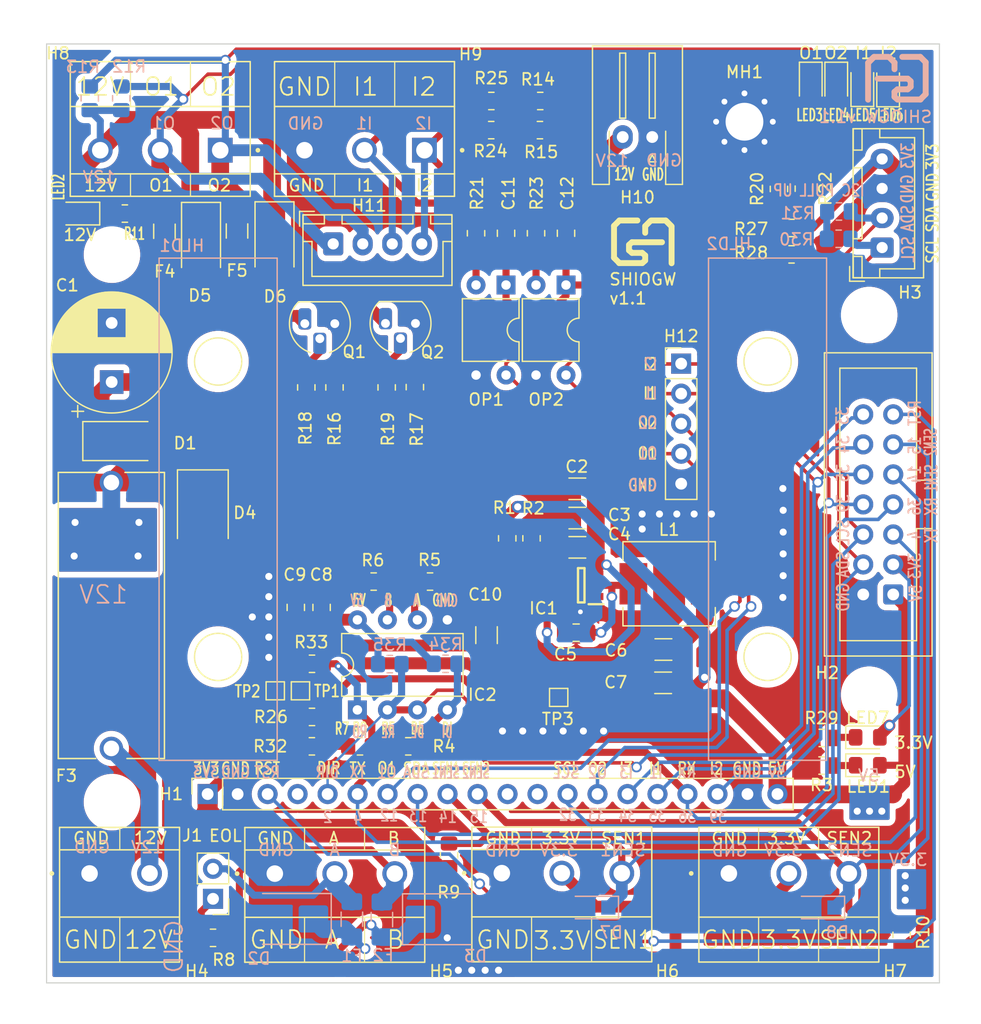
<source format=kicad_pcb>
(kicad_pcb (version 20240108) (generator "pcbnew") (generator_version "8.0")
  (layers (0 "F.Cu" signal) (31 "B.Cu" signal) (34 "B.Paste" user) (35 "F.Paste" user) (36 "B.SilkS" user "B.Silkscreen") (37 "F.SilkS" user "F.Silkscreen") (38 "B.Mask" user) (39 "F.Mask" user) (44 "Edge.Cuts" user))
  (net 0 "")
  (net 2 "+5V")
  (net 5 "SDA")
  (net 6 "O1")
  (net 7 "I1")
  (net 8 "SCL")
  (net 9 "I2")
  (net 10 "SEN1")
  (net 11 "GND")
  (net 12 "Net-(D1-K)")
  (net 13 "Net-(IC1-SW)")
  (net 14 "Net-(IC1-CB)")
  (net 15 "+3.3V")
  (net 16 "+12V")
  (net 17 "Net-(IC1-FB)")
  (net 18 "Net-(LED1-K)")
  (net 19 "SEN2")
  (net 20 "Net-(IC2-RO)")
  (net 21 "Net-(IC2-DI)")
  (net 22 "RX")
  (net 23 "TX")
  (net 24 "DIR")
  (net 25 "RST")
  (net 26 "Net-(H5-Pin_3)")
  (net 27 "Net-(H5-Pin_2)")
  (net 28 "Net-(D2-A1)")
  (net 29 "Net-(D3-A1)")
  (net 30 "Net-(J1-Pin_1)")
  (net 31 "Net-(H4-Pin_1)")
  (net 32 "Net-(LED2-K)")
  (net 33 "Net-(D5-A)")
  (net 34 "Net-(D6-A)")
  (net 35 "Net-(Q1-C)")
  (net 36 "Net-(Q2-C)")
  (net 37 "Net-(LED3-A)")
  (net 38 "Net-(LED4-A)")
  (net 39 "Net-(Q1-B)")
  (net 40 "Net-(Q2-B)")
  (net 41 "Net-(LED7-K)")
  (net 42 "Net-(C11-Pad2)")
  (net 43 "Net-(C12-Pad2)")
  (net 44 "Net-(H11-Pin_4)")
  (net 45 "Net-(H11-Pin_3)")
  (net 46 "Net-(LED5-K)")
  (net 47 "Net-(LED6-K)")
  (net 48 "O2")
  (net 49 "I3")
  (footprint "Resistor_SMD:R_0805_2012Metric_Pad1.20x1.40mm_HandSolder" (layer "F.Cu") (at 88.7222 100.5586)
    (property "Reference" "R26")
    (property "Value" "R_Small")
  )
  (footprint "extras:PC817_custom" (layer "F.Cu") (at 105.156 64.008 -90)
    (property "Reference" "OP1")
    (property "Value" "PC817")
  )
  (footprint "Resistor_SMD:R_0805_2012Metric_Pad1.20x1.40mm_HandSolder" (layer "F.Cu") (at 97.4344 72.6494 -90)
    (property "Reference" "R17")
    (property "Value" "R_Small")
  )
  (footprint "Diode_SMD:D_SMB" (layer "F.Cu") (at 79.4766 83.312 -90)
    (property "Reference" "D4")
    (property "Value" "SMBJ28CA")
  )
  (footprint "Capacitor_SMD:C_0805_2012Metric_Pad1.18x1.45mm_HandSolder" (layer "F.Cu") (at 89.535 91.2915 -90)
    (property "Reference" "C8")
    (property "Value" "C_Small")
  )
  (footprint "LED_SMD:LED_0805_2012Metric_Pad1.15x1.40mm_HandSolder" (layer "F.Cu") (at 135.3312 47.0408 90)
    (property "Reference" "LED5")
    (property "Value" "LED_Small")
  )
  (footprint "Resistor_SMD:R_0805_2012Metric_Pad1.20x1.40mm_HandSolder" (layer "F.Cu") (at 103.902 50.9016)
    (property "Reference" "R24")
    (property "Value" "R_Small")
  )
  (footprint "Package_TO_SOT_THT:TO-92_HandSolder" (layer "F.Cu") (at 97.4852 67.2592 180)
    (property "Reference" "Q2")
    (property "Value" "2N3904")
  )
  (footprint "Resistor_SMD:R_0805_2012Metric_Pad1.20x1.40mm_HandSolder" (layer "F.Cu") (at 107.696 59.6292 90)
    (property "Reference" "R23")
    (property "Value" "R_Small")
  )
  (footprint "Capacitor_SMD:C_1206_3216Metric_Pad1.33x1.80mm_HandSolder" (layer "F.Cu") (at 103.505 93.6367 -90)
    (property "Reference" "C10")
    (property "Value" "C_Small")
  )
  (footprint "Resistor_SMD:R_0805_2012Metric_Pad1.20x1.40mm_HandSolder" (layer "F.Cu") (at 100.33 112.268 -90)
    (property "Reference" "R9")
    (property "Value" "R_Small")
  )
  (footprint "Resistor_SMD:R_0805_2012Metric_Pad1.20x1.40mm_HandSolder" (layer "F.Cu") (at 93.9452 89.1032 180)
    (property "Reference" "R6")
    (property "Value" "R_Small")
  )
  (footprint "Capacitor_SMD:C_1206_3216Metric_Pad1.33x1.80mm_HandSolder" (layer "F.Cu") (at 111.1958 83.7311 180)
    (property "Reference" "C3")
    (property "Value" "C_Small")
  )
  (footprint "Package_TO_SOT_THT:TO-92_HandSolder" (layer "F.Cu") (at 90.6526 67.278 180)
    (property "Reference" "Q1")
    (property "Value" "2N3904")
  )
  (footprint "Resistor_SMD:R_0805_2012Metric_Pad1.20x1.40mm_HandSolder" (layer "F.Cu") (at 95.0468 72.6748 90)
    (property "Reference" "R19")
    (property "Value" "R_Small")
  )
  (footprint "Connector_PinSocket_2.54mm:PinSocket_1x20_P2.54mm_Vertical" (layer "F.Cu") (at 79.883 107.0864 90)
    (property "Reference" "H1")
    (property "Value" "Conn_01x20")
  )
  (footprint "Connector_JST:JST_XH_B4B-XH-A_1x04_P2.50mm_Vertical" (layer "F.Cu") (at 90.5186 60.5282)
    (property "Reference" "H11")
    (property "Value" "Conn_01x04")
  )
  (footprint "LED_SMD:LED_0805_2012Metric_Pad1.15x1.40mm_HandSolder" (layer "F.Cu") (at 130.9624 47.0154 -90)
    (property "Reference" "LED3")
    (property "Value" "LED_Small")
  )
  (footprint "extras:TestPoint_Pad_1.0x1.0mm_custom" (layer "F.Cu") (at 85.598 98.3488)
    (property "Reference" "TP2")
    (property "Value" "TestPoint")
  )
  (footprint "Resistor_SMD:R_0805_2012Metric_Pad1.20x1.40mm_HandSolder" (layer "F.Cu") (at 108.0262 50.9016 180)
    (property "Reference" "R15")
    (property "Value" "R_Small")
  )
  (footprint "extras:TerminalBlock_MSTB 2,5 3-G-5,08_v3" (layer "F.Cu") (at 100.7872 42.6034 180)
    (property "Reference" "H9")
    (property "Value" "Screw_Terminal_01x03")
  )
  (footprint "Capacitor_SMD:C_1206_3216Metric_Pad1.33x1.80mm_HandSolder" (layer "F.Cu") (at 118.4602 97.6732 180)
    (property "Reference" "C7")
    (property "Value" "C_Small")
  )
  (footprint "Capacitor_SMD:C_0805_2012Metric_Pad1.18x1.45mm_HandSolder" (layer "F.Cu") (at 105.156 59.6292 90)
    (property "Reference" "C11")
    (property "Value" "C_Small")
  )
  (footprint "Capacitor_THT:CP_Radial_D10.0mm_P5.00mm" (layer "F.Cu") (at 71.755 72.217677 90)
    (property "Reference" "C1")
    (property "Value" "C_Polarized_Small")
  )
  (footprint "Resistor_SMD:R_0805_2012Metric_Pad1.20x1.40mm_HandSolder" (layer "F.Cu") (at 131.8768 104.6734 180)
    (property "Reference" "R3")
    (property "Value" "R_Small")
  )
  (footprint "Resistor_SMD:R_0805_2012Metric_Pad1.20x1.40mm_HandSolder" (layer "F.Cu") (at 80.3402 119.253 180)
    (property "Reference" "R8")
    (property "Value" "R_Small")
  )
  (footprint "extras:PC817_custom" (layer "F.Cu") (at 110.236 64.008 -90)
    (property "Reference" "OP2")
    (property "Value" "PC817")
  )
  (footprint "Capacitor_SMD:C_1206_3216Metric_Pad1.33x1.80mm_HandSolder" (layer "F.Cu") (at 111.1958 86.2076 180)
    (property "Reference" "C4")
    (property "Value" "C_Small")
  )
  (footprint "Resistor_SMD:R_0805_2012Metric_Pad1.20x1.40mm_HandSolder" (layer "F.Cu") (at 129.3368 59.182 180)
    (property "Reference" "R27")
    (property "Value" "R_Small")
  )
  (footprint "MountingHole:MountingHole_2.2mm_M2" (layer "F.Cu") (at 71.7804 61.4426)
    (property "Reference" "REF**" (hide yes))
    (property "Value" "MountingHole_2.2mm_M2")
  )
  (footprint "Connector_JST:JST_XH_S2B-XH-A-1_1x02_P2.50mm_Horizontal" (layer "F.Cu") (at 117.5366 51.4858 180)
    (property "Reference" "H10")
    (property "Value" "Conn_01x02")
  )
  (footprint "Resistor_SMD:R_0805_2012Metric_Pad1.20x1.40mm_HandSolder" (layer "F.Cu") (at 107.315 85.4456 90)
    (property "Reference" "R2")
    (property "Value" "R_Small")
  )
  (footprint "extras:TerminalBlock_MSTB 2,5 3-G-5,08_v3" (layer "F.Cu") (at 121.4882 123.7996)
    (property "Reference" "H7")
    (property "Value" "Screw_Terminal_01x03")
  )
  (footprint "Resistor_SMD:R_0805_2012Metric_Pad1.20x1.40mm_HandSolder" (layer "F.Cu") (at 98.7204 89.1032)
    (property "Reference" "R5")
    (property "Value" "R_Small")
  )
  (footprint "Resistor_SMD:R_0805_2012Metric_Pad1.20x1.40mm_HandSolder" (layer "F.Cu") (at 102.616 59.6292 90)
    (property "Reference" "R21")
    (property "Value" "R_Small")
  )
  (footprint "Diode_SMD:D_SMA" (layer "F.Cu") (at 79.3242 60.5282 -90)
    (property "Reference" "D5")
    (property "Value" "S1M")
  )
  (footprint "Capacitor_SMD:C_0805_2012Metric_Pad1.18x1.45mm_HandSolder" (layer "F.Cu") (at 87.3506 91.2915 -90)
    (property "Reference" "C9")
    (property "Value" "C_Small")
  )
  (footprint "LED_SMD:LED_0805_2012Metric_Pad1.15x1.40mm_HandSolder" (layer "F.Cu") (at 68.885 57.9628 180)
    (property "Reference" "LED2")
    (property "Value" "LED_Small")
  )
  (footprint "extras:TerminalBlock_MSTB 2,5 3-G-5,08_v3" (layer "F.Cu") (at 83.0326 123.8174)
    (property "Reference" "H5")
    (property "Value" "Screw_Terminal_01x03")
  )
  (footprint "MountingEquipment:DINRailAdapter_3xM3_PhoenixContact_1201578" (layer "F.Cu") (at 80.772 82.9818 90)
    (property "Reference" "HLD1")
    (property "Value" "DINRailAdapter_3xM3_PhoenixContact_1201578" (hide yes))
  )
  (footprint "Resistor_SMD:R_0805_2012Metric_Pad1.20x1.40mm_HandSolder" (layer "F.Cu") (at 92.7862 103.0478 180)
    (property "Reference" "R7")
    (property "Value" "R_Small")
  )
  (footprint "extras:LMR51420" (layer "F.Cu") (at 111.526 89.4182 180)
    (property "Reference" "IC1")
    (property "Value" "LMR51420XDDCR" (hide yes))
  )
  (footprint "Resistor_SMD:R_0805_2012Metric_Pad1.20x1.40mm_HandSolder" (layer "F.Cu") (at 129.3368 61.4172 180)
    (property "Reference" "R28")
    (property "Value" "R_Small")
  )
  (footprint "Capacitor_SMD:C_1206_3216Metric_Pad1.33x1.80mm_HandSolder" (layer "F.Cu") (at 111.1958 81.2546 180)
    (property "Reference" "C2")
    (property "Value" "C_Small")
  )
  (footprint "Connector_IDC:IDC-Header_2x07_P2.54mm_Vertical" (layer "F.Cu") (at 137.9474 90.1954 180)
    (property "Reference" "H2")
    (property "Value" "Conn_02x07_Odd_Even")
  )
  (footprint "Resistor_SMD:R_0805_2012Metric_Pad1.20x1.40mm_HandSolder" (layer "F.Cu") (at 96.8756 103.0478)
    (property "Reference" "R4")
    (property "Value" "R_Small")
  )
  (footprint "Resistor_SMD:R_0805_2012Metric_Pad1.20x1.40mm_HandSolder" (layer "F.Cu") (at 128.27 55.88 -90)
    (property "Reference" "R20")
    (property "Value" "R_Small")
  )
  (footprint "MountingHole:MountingHole_2.2mm_M2" (layer "F.Cu") (at 71.7804 107.7722)
    (property "Reference" "REF**" (hide yes))
    (property "Value" "MountingHole_2.2mm_M2")
  )
  (footprint "LED_SMD:LED_0805_2012Metric_Pad1.15x1.40mm_HandSolder" (layer "F.Cu") (at 135.7886 102.2858)
    (property "Reference" "LED7")
    (property "Value" "LED_Small")
  )
  (footprint "Fuse:Fuse_1206_3216Metric_Pad1.42x1.75mm_HandSolder" (layer "F.Cu") (at 76.2254 59.4614 -90)
    (property "Reference" "F4")
    (property "Value" "Polyfuse")
  )
  (footprint "Inductor_SMD:L_Chilisin_BMRx00060630" (layer "F.Cu") (at 118.9682 89.2912)
    (property "Reference" "L1")
    (property "Value" "L_Small")
  )
  (footprint "Resistor_SMD:R_0805_2012Metric_Pad1.20x1.40mm_HandSolder" (layer "F.Cu") (at 88.2396 72.6748 90)
    (property "Reference" "R18")
    (property "Value" "R_Small")
  )
  (footprint "Resistor_SMD:R_0805_2012Metric_Pad1.20x1.40mm_HandSolder" (layer "F.Cu") (at 90.6272 72.6748 -90)
    (property "Reference" "R16")
    (property "Value" "R_Small")
  )
  (footprint "Package_DIP:DIP-8_W7.62mm" (layer "F.Cu") (at 92.5676 99.9644 90)
    (property "Reference" "IC2")
    (property "Value" "SN75176")
  )
  (footprint "Connector_PinHeader_2.54mm:PinHeader_1x02_P2.54mm_Vertical" (layer "F.Cu") (at 80.3402 115.951 180)
    (property "Reference" "J1")
    (property "Value" "Conn_01x02")
  )
  (footprint "Capacitor_SMD:C_1206_3216Metric_Pad1.33x1.80mm_HandSolder" (layer "F.Cu") (at 118.4856 94.8538 180)
    (property "Reference" "C6")
    (property "Value" "C_Small")
  )
  (footprint "extras:FUSE_holder" (layer "F.Cu") (at 71.7296 91.9734 90)
    (property "Reference" "F3")
    (property "Value" "Fuse_Small")
  )
  (footprint "extras:TerminalBlock_MSTB 2,5 3-G-5,08_v3" (layer "F.Cu") (at 83.4898 42.6034 180)
    (property "Reference" "H8")
    (property "Value" "Screw_Terminal_01x03")
  )
  (footprint "MountingHole:MountingHole_2.2mm_M2" (layer "F.Cu") (at 135.9154 66.548)
    (property "Reference" "REF**" (hide yes))
    (property "Value" "MountingHole_2.2mm_M2")
  )
  (footprint "LED_SMD:LED_0805_2012Metric_Pad1.15x1.40mm_HandSolder" (layer "F.Cu") (at 135.7884 104.648)
    (property "Reference" "LED1")
    (property "Value" "LED_Small")
  )
  (footprint "Diode_SMD:D_SMA" (layer "F.Cu") (at 85.5472 60.4774 -90)
    (property "Reference" "D6")
    (property "Value" "S1M")
  )
  (footprint "Connector_JST:JST_XH_B4B-XH-A_1x04_P2.50mm_Vertical" (layer "F.Cu") (at 137.0076 60.84 90)
    (property "Reference" "H3")
    (property "Value" "Conn_01x04")
  )
  (footprint "Resistor_SMD:R_0805_2012Metric_Pad1.20x1.40mm_HandSolder" (layer "F.Cu") (at 88.7222 96.0628 180)
    (property "Reference" "R33")
    (property "Value" "R_Small")
  )
  (footprint "Fuse:Fuse_1206_3216Metric_Pad1.42x1.75mm_HandSolder" (layer "F.Cu") (at 82.3722 59.436 -90)
    (property "Reference" "F5")
    (property "Value" "Polyfuse")
  )
  (footprint "extras:MSTB 2,5-2-G-5,08" (layer "F.Cu") (at 67.3435 123.8052)
    (property "Reference" "H4")
    (property "Value" "Screw_Terminal_01x02")
  )
  (footprint "extras:TestPoint_Pad_1.0x1.0mm_custom" (layer "F.Cu") (at 87.7316 98.3488)
    (property "Reference" "TP1")
    (property "Value" "TestPoint")
  )
  (footprint "extras:TestPoint_Pad_1.0x1.0mm_custom" (layer "F.Cu") (at 109.601 98.9076)
    (property "Reference" "TP3")
    (property "Value" "TestPoint")
  )
  (footprint "Resistor_SMD:R_0805_2012Metric_Pad1.20x1.40mm_HandSolder" (layer "F.Cu") (at 103.9114 48.4378 180)
    (property "Reference" "R25")
    (property "Value" "R_Small")
  )
  (footprint "MountingEquipment:DINRailAdapter_3xM3_PhoenixContact_1201578" (layer "F.Cu") (at 127.3048 82.9786 90)
    (property "Reference" "HLD2")
    (property "Value" "DINRailAdapter_3xM3_PhoenixContact_1201578" (hide yes))
  )
  (footprint "MountingHole:MountingHole_2.2mm_M2" (layer "F.Cu") (at 135.9154 98.679)
    (property "Reference" "REF**" (hide yes))
    (property "Value" "MountingHole_2.2mm_M2")
  )
  (footprint "Resistor_SMD:R_0805_2012Metric_Pad1.20x1.40mm_HandSolder" (layer "F.Cu") (at 88.7128 103.0478 180)
    (property "Reference" "R32")
    (property "Value" "R_Small")
  )
  (footprint "Resistor_SMD:R_0805_2012Metric_Pad1.20x1.40mm_HandSolder" (layer "F.Cu") (at 138.6586 118.999 -90)
    (property "Reference" "R10")
    (property "Value" "R_Small")
  )
  (footprint "Capacitor_SMD:C_0805_2012Metric_Pad1.18x1.45mm_HandSolder" (layer "F.Cu") (at 111.0942 93.4314)
    (property "Reference" "C5")
    (property "Value" "C_Small")
  )
  (footprint "Connector_PinHeader_2.54mm:PinHeader_1x05_P2.54mm_Vertical" (layer "F.Cu") (at 119.9896 70.6628)
    (property "Reference" "H12")
    (property "Value" "Conn_01x05")
  )
  (footprint "LED_SMD:LED_0805_2012Metric_Pad1.15x1.40mm_HandSolder" (layer "F.Cu") (at 133.1214 47.0154 -90)
    (property "Reference" "LED4")
    (property "Value" "LED_Small")
  )
  (footprint "Resistor_SMD:R_0805_2012Metric_Pad1.20x1.40mm_HandSolder" (layer "F.Cu") (at 130.3782 55.8546 -90)
    (property "Reference" "R22")
    (property "Value" "R_Small")
  )
  (footprint "Resistor_SMD:R_0805_2012Metric_Pad1.20x1.40mm_HandSolder" (layer "F.Cu") (at 105.2576 85.4456 -90)
    (property "Reference" "R1")
    (property "Value" "R_Small")
  )
  (footprint "Resistor_SMD:R_0805_2012Metric_Pad1.20x1.40mm_HandSolder" (layer "F.Cu") (at 72.8728 57.9628)
    (property "Reference" "R11")
    (property "Value" "R_Small")
  )
  (footprint "Diode_SMD:D_SMA" (layer "F.Cu") (at 72.8218 77.216)
    (property "Reference" "D1")
    (property "Value" "S1M")
  )
  (footprint "Capacitor_SMD:C_0805_2012Metric_Pad1.18x1.45mm_HandSolder" (layer "F.Cu") (at 110.236 59.6292 90)
    (property "Reference" "C12")
    (property "Value" "C_Small")
  )
  (footprint "extras:TerminalBlock_MSTB 2,5 3-G-5,08_v3" (layer "F.Cu") (at 102.2604 123.7798)
    (property "Reference" "H6")
    (property "Value" "Screw_Terminal_01x03")
  )
  (footprint "Resistor_SMD:R_0805_2012Metric_Pad1.20x1.40mm_HandSolder" (layer "F.Cu") (at 108.0516 48.4378 180)
    (property "Reference" "R14")
    (property "Value" "R_Small")
  )
  (footprint "LED_SMD:LED_0805_2012Metric_Pad1.15x1.40mm_HandSolder" (layer "F.Cu") (at 137.5156 47.0662 90)
    (property "Reference" "LED6")
    (property "Value" "LED_Small")
  )
  (footprint "Resistor_SMD:R_0805_2012Metric_Pad1.20x1.40mm_HandSolder" (layer "F.Cu") (at 131.893 102.3366 180)
    (property "Reference" "R29")
    (property "Value" "R_Small")
  )
  (footprint "MountingHole:MountingHole_3.2mm_M3_Pad_Via" (layer "F.Cu") (at 125.349 50.1904)
    (property "Reference" "MH1")
    (property "Value" "MountingHole_Pad")
  )
  (footprint "Resistor_SMD:R_0805_2012Metric_Pad1.20x1.40mm_HandSolder" (layer "B.Cu") (at 133.3246 60.0964 180)
    (property "Reference" "R30")
    (property "Value" "R_Small")
  )
  (footprint "Resistor_SMD:R_0805_2012Metric_Pad1.20x1.40mm_HandSolder" (layer "B.Cu") (at 95.3102 96.0882 180)
    (property "Reference" "R35")
    (property "Value" "R_Small")
  )
  (footprint "Resistor_SMD:R_0805_2012Metric_Pad1.20x1.40mm_HandSolder" (layer "B.Cu") (at 100.0346 96.0628 180)
    (property "Reference" "R34")
    (property "Value" "R_Small")
  )
  (footprint "Diode_SMD:D_SMB" (layer "B.Cu") (at 100.0506 117.6782)
    (property "Reference" "D3")
    (property "Value" "SMBJ12CA")
  )
  (footprint "Resistor_SMD:R_0805_2012Metric_Pad1.20x1.40mm_HandSolder" (layer "B.Cu") (at 72.5678 48.2092 -90)
    (property "Reference" "R12")
    (property "Value" "R_Small")
  )
  (footprint "Diode_SMD:Nexperia_CFP3_SOD-123W" (layer "B.Cu") (at 131.569 116.6876 180)
    (property "Reference" "D8")
    (property "Value" "D_Zener_Small")
  )
  (footprint "Diode_SMD:D_SMB" (layer "B.Cu") (at 86.6902 117.6528 180)
    (property "Reference" "D2")
    (property "Value" "SMBJ12CA")
  )
  (footprint "Diode_SMD:Nexperia_CFP3_SOD-123W" (layer "B.Cu") (at 112.4204 116.6876 180)
    (property "Reference" "D7")
    (property "Value" "D_Zener_Small")
  )
  (footprint "Resistor_SMD:R_0805_2012Metric_Pad1.20x1.40mm_HandSolder" (layer "B.Cu") (at 69.9008 48.2092 -90)
    (property "Reference" "R13")
    (property "Value" "R_Small")
  )
  (footprint "Resistor_SMD:R_0805_2012Metric_Pad1.20x1.40mm_HandSolder" (layer "B.Cu") (at 133.35 57.785 180)
    (property "Reference" "R31")
    (property "Value" "R_Small")
  )
  (footprint "Fuse:Fuse_1206_3216Metric_Pad1.42x1.75mm_HandSolder" (layer "B.Cu") (at 94.6404 117.7036 -90)
    (property "Reference" "F1")
    (property "Value" "Polyfuse")
  )
  (footprint "Fuse:Fuse_1206_3216Metric_Pad1.42x1.75mm_HandSolder" (layer "B.Cu") (at 92.1004 117.6782 -90)
    (property "Reference" "F2")
    (property "Value" "Polyfuse")
  )
  (gr_line (start 139.427066 46.7614) (end 139.173066 46.5455) (stroke (width 0.5)) (layer "B.SilkS"))
  (gr_line (start 140.697066 47.8536) (end 140.697066 45.1612) (stroke (width 0.5)) (layer "B.SilkS"))
  (gr_line (start 140.239866 48.3108) (end 140.697066 47.8536) (stroke (width 0.5)) (layer "B.SilkS"))
  (gr_line (start 137.547466 44.704) (end 136.328266 44.704) (stroke (width 0.5)) (layer "B.SilkS"))
  (gr_line (start 135.820266 48.3235) (end 135.820266 45.23105) (stroke (width 0.5)) (layer "B.SilkS"))
  (gr_line (start 139.427066 47.2313) (end 139.427066 46.7995) (stroke (width 0.5)) (layer "B.SilkS"))
  (gr_line (start 138.055466 47.6631) (end 138.309466 47.4472) (stroke (width 0.5)) (layer "B.SilkS"))
  (gr_line (start 138.055466 45.7454) (end 138.055466 45.1866) (stroke (width 0.5)) (layer "B.SilkS"))
  (gr_line (start 140.697066 45.1612) (end 140.239866 44.704) (stroke (width 0.5)) (layer "B.SilkS"))
  (gr_line (start 135.863999 45.162914) (end 136.321199 44.705714) (stroke (width 0.5)) (layer "B.SilkS"))
  (gr_line (start 135.820266 45.1993) (end 136.277466 44.7421) (stroke (width 0.5)) (layer "B.SilkS"))
  (gr_line (start 140.265266 48.3108) (end 138.309466 48.3108) (stroke (width 0.5)) (layer "B.SilkS"))
  (gr_line (start 138.309466 48.3108) (end 138.055466 48.0949) (stroke (width 0.5)) (layer "B.SilkS"))
  (gr_line (start 139.173066 47.4472) (end 138.309466 47.4472) (stroke (width 0.5)) (layer "B.SilkS"))
  (gr_line (start 139.173066 47.4472) (end 139.427066 47.2313) (stroke (width 0.5)) (layer "B.SilkS"))
  (gr_line (start 140.239866 44.704) (end 138.715866 44.704) (stroke (width 0.5)) (layer "B.SilkS"))
  (gr_line (start 138.055466 45.1866) (end 137.598266 44.7294) (stroke (width 0.5)) (layer "B.SilkS"))
  (gr_line (start 139.173066 46.5455) (end 136.633066 46.5455) (stroke (width 0.5)) (layer "B.SilkS"))
  (gr_line (start 138.055466 48.0695) (end 138.055466 47.6631) (stroke (width 0.5)) (layer "B.SilkS"))
  (gr_line (start 115.57 60.6425) (end 115.57 61.0743) (stroke (width 0.5)) (layer "F.SilkS"))
  (gr_line (start 116.6876 62.1538) (end 114.7318 62.1538) (stroke (width 0.5)) (layer "F.SilkS"))
  (gr_line (start 115.57 61.0743) (end 115.824 61.2902) (stroke (width 0.5)) (layer "F.SilkS"))
  (gr_line (start 115.824 60.3885) (end 115.57 60.6044) (stroke (width 0.5)) (layer "F.SilkS"))
  (gr_line (start 118.6688 58.547) (end 117.4496 58.547) (stroke (width 0.5)) (layer "F.SilkS"))
  (gr_line (start 114.3 61.6966) (end 114.7572 62.1538) (stroke (width 0.5)) (layer "F.SilkS"))
  (gr_line (start 114.7572 58.547) (end 114.3 59.0042) (stroke (width 0.5)) (layer "F.SilkS"))
  (gr_line (start 116.2812 58.547) (end 114.7572 58.547) (stroke (width 0.5)) (layer "F.SilkS"))
  (gr_line (start 118.675867 58.548714) (end 119.133067 59.005914) (stroke (width 0.5)) (layer "F.SilkS"))
  (gr_line (start 116.6876 61.2902) (end 115.824 61.2902) (stroke (width 0.5)) (layer "F.SilkS"))
  (gr_line (start 114.3 59.0042) (end 114.3 61.6966) (stroke (width 0.5)) (layer "F.SilkS"))
  (gr_line (start 119.1768 59.07405) (end 119.1768 62.1665) (stroke (width 0.5)) (layer "F.SilkS"))
  (gr_line (start 116.9416 61.9379) (end 116.6876 62.1538) (stroke (width 0.5)) (layer "F.SilkS"))
  (gr_line (start 118.7196 58.5851) (end 119.1768 59.0423) (stroke (width 0.5)) (layer "F.SilkS"))
  (gr_line (start 116.6876 61.2902) (end 116.9416 61.5061) (stroke (width 0.5)) (layer "F.SilkS"))
  (gr_line (start 118.364 60.3885) (end 115.824 60.3885) (stroke (width 0.5)) (layer "F.SilkS"))
  (gr_line (start 116.9416 61.5061) (end 116.9416 61.9125) (stroke (width 0.5)) (layer "F.SilkS"))
  (gr_line (start 116.9416 59.0296) (end 116.9416 59.5884) (stroke (width 0.5)) (layer "F.SilkS"))
  (gr_line (start 117.3988 58.5724) (end 116.9416 59.0296) (stroke (width 0.5)) (layer "F.SilkS"))
  (gr_line (start 141.859 123.0644) (end 66.2432 123.0644) (stroke (width 0.1)) (layer "Edge.Cuts"))
  (gr_line (start 66.2432 123.063) (end 66.2432 43.6118) (stroke (width 0.1)) (layer "Edge.Cuts"))
  (gr_line (start 66.2432 43.6104) (end 141.859 43.6104) (stroke (width 0.1)) (layer "Edge.Cuts"))
  (gr_line (start 141.859 43.6118) (end 141.859 123.063) (stroke (width 0.1)) (layer "Edge.Cuts"))
  (gr_text "RST" (at 140.3604 73.66 90) (layer "B.SilkS") (effects (font (size 1 0.8)) (justify left bottom mirror)))
  (gr_text "15" (at 103.7082 109.601 0) (layer "B.SilkS") (effects (font (size 1 0.8)) (justify left bottom mirror)))
  (gr_text "GND" (at 122.486458 112.4458 -0) (layer "B.SilkS") (effects (font (size 1 1)) (justify right bottom mirror)))
  (gr_text "15" (at 140.3604 76.7334 90) (layer "B.SilkS") (effects (font (size 1 0.8)) (justify left bottom mirror)))
  (gr_text "GND" (at 77.9018 117.602 90) (layer "B.SilkS") (effects (font (size 1.5 1.5)) (justify left bottom mirror)))
  (gr_text "GND" (at 115.417705 81.534 -0) (layer "B.SilkS") (effects (font (size 1 0.8)) (justify right bottom mirror)))
  (gr_text "5V" (at 134.874 106.0958 0) (layer "B.SilkS") (effects (font (size 1 1)) (justify right bottom mirror)))
  (gr_text "13" (at 98.5774 109.5248 0) (layer "B.SilkS") (effects (font (size 1 0.8)) (justify left bottom mirror)))
  (gr_text "3.3V" (at 126.9238 112.4204 -0) (layer "B.SilkS") (effects (font (size 1 1)) (justify right bottom mirror)))
  (gr_text "5V\n" (at 140.4366 89.281 90) (layer "B.SilkS") (effects (font (size 1 0.8)) (justify left bottom mirror)))
  (gr_text "33" (at 113.7412 109.4486 0) (layer "B.SilkS") (effects (font (size 1 0.8)) (justify left bottom mirror)))
  (gr_text "I1" (at 118.5164 105.8418 0) (layer "B.SilkS") (effects (font (size 1 0.8)) (justify left bottom mirror)))
  (gr_text "14" (at 140.3604 80.0354 90) (layer "B.SilkS") (effects (font (size 1 0.8)) (justify bottom mirror)))
  (gr_text "35" (at 118.8466 109.5248 0) (layer "B.SilkS") (effects (font (size 1 0.8)) (justify left bottom mirror)))
  (gr_text "39" (at 134.2898 81.6356 90) (layer "B.SilkS") (effects (font (size 1 0.8)) (justify left bottom mirror)))
  (gr_text "GND" (at 84.0686 112.395 -0) (layer "B.SilkS") (effects (font (size 1 1)) (justify right bottom mirror)))
  (gr_text "GND" (at 86.56103 50.927 -0) (layer "B.SilkS") (effects (font (size 1 1)) (justify right bottom mirror)))
  (gr_text "B" (at 95.1176 112.395 -0) (layer "B.SilkS") (effects (font (size 1 1)) (justify right bottom mirror)))
  (gr_text "RX" (at 121.3358 105.8418 0) (layer "B.SilkS") (effects (font (size 1 0.8)) (justify left bottom mirror)))
  (gr_text "SDA" (at 139.7508 57.15 90) (layer "B.SilkS") (effects (font (size 1 0.8)) (justify left bottom mirror)))
  (gr_text "SEN1" (at 141.7574 79.0956 90) (layer "B.SilkS") (effects (font (size 1 0.6)) (justify left bottom mirror)))
  (gr_text "SHIOGW v1.1" (at 141.3256 50.3682 0) (layer "B.SilkS") (effects (font (size 1 1)) (justify left bottom mirror)))
  (gr_text "36" (at 140.3604 81.8896 90) (layer "B.SilkS") (effects (font (size 1 0.8)) (justify left bottom mirror)))
  (gr_text "I1" (at 92.32683 50.927 -0) (layer "B.SilkS") (effects (font (size 1 1)) (justify right bottom mirror)))
  (gr_text "12" (at 96.1136 109.474 0) (layer "B.SilkS") (effects (font (size 1 0.8)) (justify left bottom mirror)))
  (gr_text "O2" (at 79.9952 50.9016 -0) (layer "B.SilkS") (effects (font (size 1 1)) (justify right bottom mirror)))
  (gr_text "14" (at 100.2284 109.601 0) (layer "B.SilkS") (effects (font (size 1 0.8)) (justify bottom mirror)))
  (gr_text "4\n" (at 140.3604 84.709 90) (layer "B.SilkS") (effects (font (size 1 0.8)) (justify left bottom mirror)))
  (gr_text "RST" (at 86.106 105.8418 0) (layer "B.SilkS") (effects (font (size 1 0.8)) (justify left bottom mirror)))
  (gr_text "RX" (at 141.7574 81.8642 90) (layer "B.SilkS") (effects (font (size 1 0.8)) (justify left bottom mirror)))
  (gr_text "TX" (at 141.7574 84.3788 90) (layer "B.SilkS") (effects (font (size 1 0.8)) (justify left bottom mirror)))
  (gr_text "12V" (at 73.3044 112.1664 -0) (layer "B.SilkS") (effects (font (size 1 1)) (justify right bottom mirror)))
  (gr_text "O2" (at 116.2558 76.2508 -0) (layer "B.SilkS") (effects (font (size 1 0.8)) (justify right bottom mirror)))
  (gr_text "SEN2" (at 103.8606 105.8418 0) (layer "B.SilkS") (effects (font (size 1 0.6)) (justify left bottom mirror)))
  (gr_text "34" (at 116.3066 109.5248 0) (layer "B.SilkS") (effects (font (size 1 0.8)) (justify left bottom mirror)))
  (gr_text "SCL" (at 134.2898 83.7438 90) (layer "B.SilkS") (effects (font (size 1 0.8)) (justify left bottom mirror)))
  (gr_text "SEN2" (at 141.7066 76.0476 90) (layer "B.SilkS") (effects (font (size 1 0.6)) (justify left bottom mirror)))
  (gr_text "35" (at 134.2898 79.0702 90) (layer "B.SilkS") (effects (font (size 1 0.8)) (justify left bottom mirror)))
  (gr_text "SDA" (at 134.2898 86.4362 90) (layer "B.SilkS") (effects (font (size 1 0.8)) (justify left bottom mirror)))
  (gr_text "O1" (at 75.0422 50.9016 -0) (layer "B.SilkS") (effects (font (size 1 1)) (justify right bottom mirror)))
  (gr_text "39" (at 123.9774 109.601 0) (layer "B.SilkS") (effects (font (size 1 0.8)) (justify left bottom mirror)))
  (gr_text "12V" (at 112.653382 54.0766 -0) (layer "B.SilkS") (effects (font (size 1 1)) (justify right bottom mirror)))
  (gr_text "34" (at 134.2898 76.6318 90) (layer "B.SilkS") (effects (font (size 1 0.8)) (justify left bottom mirror)))
  (gr_text "A" (at 90.1138 112.395 -0) (layer "B.SilkS") (effects (font (size 1 1)) (justify right bottom mirror)))
  (gr_text "RO" (at 92.05003 102.4128 -0) (layer "B.SilkS") (effects (font (size 1 0.6)) (justify right bottom mirror)))
  (gr_text "36" (at 121.3612 109.5756 0) (layer "B.SilkS") (effects (font (size 1 0.8)) (justify left bottom mirror)))
  (gr_text "TX" (at 93.3704 105.8418 0) (layer "B.SilkS") (effects (font (size 1 0.8)) (justify left bottom mirror)))
  (gr_text "5V\n" (at 128.905 105.8418 0) (layer "B.SilkS") (effects (font (size 1 0.8)) (justify left bottom mirror)))
  (gr_text "GND" (at 83.566 105.8418 0) (layer "B.SilkS") (effects (font (size 1 0.8)) (justify left bottom mirror)))
  (gr_text "33" (at 134.239 74.2188 90) (layer "B.SilkS") (effects (font (size 1 0.8) (thickness 0.15) (bold yes)) (justify left bottom mirror)))
  (gr_text "3.3V" (at 140.9192 113.2332 -0) (layer "B.SilkS") (effects (font (size 1 1)) (justify left bottom mirror)))
  (gr_text "GND" (at 103.2764 112.4458 -0) (layer "B.SilkS") (effects (font (size 1 1)) (justify right bottom mirror)))
  (gr_text "O1" (at 95.9612 105.8164 0) (layer "B.SilkS") (effects (font (size 1 0.8)) (justify left bottom mirror)))
  (gr_text "RE" (at 94.48843 102.4128 -0) (layer "B.SilkS") (effects (font (size 1 0.6)) (justify right bottom mirror)))
  (gr_text "O2" (at 113.792 105.8418 0) (layer "B.SilkS") (effects (font (size 1 0.8)) (justify left bottom mirror)))
  (gr_text "3V3" (at 80.9752 105.8418 0) (layer "B.SilkS") (effects (font (size 1 0.8)) (justify left bottom mirror)))
  (gr_text "12V" (at 73.2282 91.0844 -0) (layer "B.SilkS") (effects (font (size 1.5 1.5)) (justify left bottom mirror)))
  (gr_text "SCL" (at 111.4552 105.8418 0) (layer "B.SilkS") (effects (font (size 1 0.8)) (justify left bottom mirror)))
  (gr_text "4\n" (at 93.091 109.728 0) (layer "B.SilkS") (effects (font (size 1 0.8)) (justify left bottom mirror)))
  (gr_text "2" (at 90.5256 109.601 0) (layer "B.SilkS") (effects (font (size 1 0.8)) (justify left bottom mirror)))
  (gr_text "I3" (at 116.0018 105.8418 0) (layer "B.SilkS") (effects (font (size 1 0.8)) (justify left bottom mirror)))
  (gr_text "SCL" (at 139.8016 59.7916 90) (layer "B.SilkS") (effects (font (size 1 0.8)) (justify left bottom mirror)))
  (gr_text "O1" (at 116.2558 78.8416 0) (layer "B.SilkS") (effects (font (size 1 0.8)) (justify right bottom mirror)))
  (gr_text "SEN2" (at 132.240058 112.4458 -0) (layer "B.SilkS") (effects (font (size 1 1)) (justify right bottom mirror)))
  (gr_text "I1" (at 116.712943 73.7616 -0) (layer "B.SilkS") (effects (font (size 1 0.8)) (justify right bottom mirror)))
  (gr_text "3V3" (at 139.7508 51.8668 90) (layer "B.SilkS") (effects (font (size 1 0.8)) (justify left bottom mirror)))
  (gr_text "I2" (at 97.35603 50.927 -0) (layer "B.SilkS") (effects (font (size 1 1)) (justify right bottom mirror)))
  (gr_text "GND" (at 126.873 105.8418 0) (layer "B.SilkS") (effects (font (size 1 0.8)) (justify left bottom mirror)))
  (gr_text "DI" (at 99.61923 102.4128 -0) (layer "B.SilkS") (effects (font (size 1 0.6)) (justify right bottom mirror)))
  (gr_text "3.3V" (at 107.8992 112.4204 -0) (layer "B.SilkS") (effects (font (size 1 1)) (justify right bottom mirror)))
  (gr_text "5V" (at 91.89763 91.313 -0) (layer "B.SilkS") (effects (font (size 1 0.6)) (justify right bottom mirror)))
  (gr_text "SDA" (at 98.7806 105.8418 0) (layer "B.SilkS") (effects (font (size 1 0.8)) (justify left bottom mirror)))
  (gr_text "I2" (at 116.712943 71.2978 -0) (layer "B.SilkS") (effects (font (size 1 0.8)) (justify right bottom mirror)))
  (gr_text "GND" (at 116.920582 54.0512 -0) (layer "B.SilkS") (effects (font (size 1 1)) (justify right bottom mirror)))
  (gr_text "I2" (at 123.6472 105.8418 0) (layer "B.SilkS") (effects (font (size 1 0.8)) (justify left bottom mirror)))
  (gr_text "I2C PULL UP" (at 135.6106 56.5912 0) (layer "B.SilkS") (effects (font (size 1 0.8)) (justify left bottom mirror)))
  (gr_text "SEN1" (at 113.03 112.4204 -0) (layer "B.SilkS") (effects (font (size 1 1)) (justify right bottom mirror)))
  (gr_text "B" (at 94.74243 91.313 -0) (layer "B.SilkS") (effects (font (size 1 0.6)) (justify right bottom mirror)))
  (gr_text "12V" (at 69.215 55.4736 -0) (layer "B.SilkS") (effects (font (size 1 1)) (justify right bottom mirror)))
  (gr_text "GND" (at 99.13663 91.313 -0) (layer "B.SilkS") (effects (font (size 1 0.6)) (justify right bottom mirror)))
  (gr_text "A" (at 97.18083 91.313 -0) (layer "B.SilkS") (effects (font (size 1 0.6)) (justify right bottom mirror)))
  (gr_text "GND" (at 134.2898 89.1032 90) (layer "B.SilkS") (effects (font (size 1 0.8)) (justify left bottom mirror)))
  (gr_text "32" (at 111.252 109.4232 0) (layer "B.SilkS") (effects (font (size 1 0.8)) (justify left bottom mirror)))
  (gr_text "3V3" (at 140.3604 86.5886 90) (layer "B.SilkS") (effects (font (size 1 0.8)) (justify left bottom mirror)))
  (gr_text "GND" (at 139.7254 54.5592 90) (layer "B.SilkS") (effects (font (size 1 0.8)) (justify left bottom mirror)))
  (gr_text "DE" (at 96.97763 102.4128 -0) (layer "B.SilkS") (effects (font (size 1 0.6)) (justify right bottom mirror)))
  (gr_text "GND" (at 68.4784 112.1664 -0) (layer "B.SilkS") (effects (font (size 1 1)) (justify right bottom mirror)))
  (gr_text "DIR" (at 91.1098 105.8164 0) (layer "B.SilkS") (effects (font (size 1 0.8)) (justify left bottom mirror)))
  (gr_text "SEN1" (at 101.3206 105.8418 0) (layer "B.SilkS") (effects (font (size 1 0.6)) (justify left bottom mirror)))
  (gr_text "I2" (at 136.7282 44.958 0) (layer "F.SilkS") (effects (font (size 1 1)) (justify left bottom)))
  (gr_text "SEN1" (at 112.4458 120.2944 0) (layer "F.SilkS") (effects (font (size 1.5 1.3)) (justify left bottom)))
  (gr_text "5V\n" (at 128.905 105.5116 -0) (layer "F.SilkS") (effects (font (size 1 0.8)) (justify right bottom)))
  (gr_text "O1" (at 74.3712 48.1076 0) (layer "F.SilkS") (effects (font (size 1.5 1.5)) (justify left bottom)))
  (gr_text "SEN2" (at 131.5974 120.2944 0) (layer "F.SilkS") (effects (font (size 1.5 1.3)) (justify left bottom)))
  (gr_text "3V3" (at 80.9752 105.5116 -0) (layer "F.SilkS") (effects (font (size 1 0.8)) (justify right bottom)))
  (gr_text "GND" (at 102.5144 120.2944 0) (layer "F.SilkS") (effects (font (size 1.5 1.5)) (justify left bottom)))
  (gr_text "O2" (at 79.7814 56.1594 0) (layer "F.SilkS") (effects (font (size 1 1)) (justify left bottom)))
  (gr_text "12V" (at 73.5584 111.379 0) (layer "F.SilkS") (effects (font (size 1 1)) (justify left bottom)))
  (gr_text "B" (at 94.8182 91.2622 0) (layer "F.SilkS") (effects (font (size 1 0.6)) (justify left bottom)))
  (gr_text "GND" (at 121.6152 120.2944 0) (layer "F.SilkS") (effects (font (size 1.5 1.5)) (justify left bottom)))
  (gr_text "GND" (at 83.3374 120.2944 0) (layer "F.SilkS") (effects (font (size 1.5 1.5)) (justify left bottom)))
  (gr_text "O2" (at 79.1972 48.1076 0) (layer "F.SilkS") (effects (font (size 1.5 1.5)) (justify left bottom)))
  (gr_text "O2" (at 118.0338 76.2508 0) (layer "F.SilkS") (effects (font (size 1 0.8)) (justify right bottom)))
  (gr_text "O2" (at 132.0038 44.958 0) (layer "F.SilkS") (effects (font (size 1 1)) (justify left bottom)))
  (gr_text "B" (at 94.9452 120.2944 0) (layer "F.SilkS") (effects (font (size 1.5 1.5)) (justify left bottom)))
  (gr_text "I2" (at 97.4344 56.1594 0) (layer "F.SilkS") (effects (font (size 1 1)) (justify left bottom)))
  (gr_text "O1" (at 118.0338 78.8416 -0) (layer "F.SilkS") (effects (font (size 1 0.8)) (justify right bottom)))
  (gr_text "GND" (at 83.9978 111.4044 0) (layer "F.SilkS") (effects (font (size 1 1)) (justify left bottom)))
  (gr_text "I2" (at 97.0026 48.1076 0) (layer "F.SilkS") (effects (font (size 1.5 1.5)) (justify left bottom)))
  (gr_text "GND" (at 67.5894 120.2944 0) (layer "F.SilkS") (effects (font (size 1.5 1.5)) (justify left bottom)))
  (gr_text "GND" (at 68.4022 111.4044 0) (layer "F.SilkS") (effects (font (size 1 1)) (justify left bottom)))
  (gr_text "RE" (at 94.5134 102.1334 0) (layer "F.SilkS") (effects (font (size 1 0.6)) (justify left bottom)))
  (gr_text "SHIOGW\nv1.1" (at 113.8174 65.7225 0) (layer "F.SilkS") (effects (font (size 1 1)) (justify left bottom)))
  (gr_text "SEN2" (at 132.207 111.4044 0) (layer "F.SilkS") (effects (font (size 1 1)) (justify left bottom)))
  (gr_text "I1" (at 118.0338 73.7616 0) (layer "F.SilkS") (effects (font (size 1 0.8)) (justify right bottom)))
  (gr_text "O1" (at 95.9612 105.4862 -0) (layer "F.SilkS") (effects (font (size 1 0.8)) (justify right bottom)))
  (gr_text "3.3V" (at 137.9474 103.3272 0) (layer "F.SilkS") (effects (font (size 1 1)) (justify left bottom)))
  (gr_text "12V" (at 67.5894 60.3504 0) (layer "F.SilkS") (effects (font (size 1 1)) (justify left bottom)))
  (gr_text "EOL" (at 79.9084 111.2012 0) (layer "F.SilkS") (effects (font (size 1 1)) (justify left bottom)))
  (gr_text "SCL" (at 141.859 62.2808 90) (layer "F.SilkS") (effects (font (size 1 0.8)) (justify left bottom)))
  (gr_text "GND" (at 85.6996 48.1076 0) (layer "F.SilkS") (effects (font (size 1.5 1.5)) (justify left bottom)))
  (gr_text "O1" (at 74.8284 56.1594 0) (layer "F.SilkS") (effects (font (size 1 1)) (justify left bottom)))
  (gr_text "12V" (at 69.342 56.1594 0) (layer "F.SilkS") (effects (font (size 1 1)) (justify left bottom)))
  (gr_text "I3" (at 116.0018 105.5116 -0) (layer "F.SilkS") (effects (font (size 1 0.8)) (justify right bottom)))
  (gr_text "GND" (at 126.873 105.5116 -0) (layer "F.SilkS") (effects (font (size 1 0.8)) (justify right bottom)))
  (gr_text "I2" (at 123.6472 105.5116 -0) (layer "F.SilkS") (effects (font (size 1 0.8)) (justify right bottom)))
  (gr_text "RX" (at 121.3358 105.5116 -0) (layer "F.SilkS") (effects (font (size 1 0.8)) (justify right bottom)))
  (gr_text "GND" (at 103.3018 111.4044 0) (layer "F.SilkS") (effects (font (size 1 1)) (justify left bottom)))
  (gr_text "O1" (at 129.8702 44.958 0) (layer "F.SilkS") (effects (font (size 1 1)) (justify left bottom)))
  (gr_text "GND" (at 83.566 105.5116 -0) (layer "F.SilkS") (effects (font (size 1 0.8)) (justify right bottom)))
  (gr_text "3.3V" (at 127.1778 111.4044 0) (layer "F.SilkS") (effects (font (size 1 1)) (justify left bottom)))
  (gr_text "3.3V" (at 126.5682 120.2944 0) (layer "F.SilkS") (effects (font (size 1.5 1.5)) (justify left bottom)))
  (gr_text "B" (at 95.0468 111.4044 0) (layer "F.SilkS") (effects (font (size 1 1)) (justify left bottom)))
  (gr_text "RO" (at 92.075 102.1334 0) (layer "F.SilkS") (effects (font (size 1 0.6)) (justify left bottom)))
  (gr_text "SCL" (at 111.4552 105.5116 -0) (layer "F.SilkS") (effects (font (size 1 0.8)) (justify right bottom)))
  (gr_text "GND" (at 98.8314 91.2622 0) (layer "F.SilkS") (effects (font (size 1 0.6)) (justify left bottom)))
  (gr_text "GND" (at 141.8844 57.0484 90) (layer "F.SilkS") (effects (font (size 1 0.8)) (justify left bottom)))
  (gr_text "5V" (at 92.075 91.2622 0) (layer "F.SilkS") (effects (font (size 1 0.6)) (justify left bottom)))
  (gr_text "I1" (at 92.1004 48.1076 0) (layer "F.SilkS") (effects (font (size 1.5 1.5)) (justify left bottom)))
  (gr_text "A" (at 89.6874 120.2944 0) (layer "F.SilkS") (effects (font (size 1.5 1.5)) (justify left bottom)))
  (gr_text "3.3V" (at 107.3658 120.3706 0) (layer "F.SilkS") (effects (font (size 1.5 1.5)) (justify left bottom)))
  (gr_text "O2" (at 113.792 105.5116 -0) (layer "F.SilkS") (effects (font (size 1 0.8)) (justify right bottom)))
  (gr_text "3V3" (at 141.859 54.356 90) (layer "F.SilkS") (effects (font (size 1 0.8)) (justify left bottom)))
  (gr_text "I1" (at 134.62 44.958 0) (layer "F.SilkS") (effects (font (size 1 1)) (justify left bottom)))
  (gr_text "A" (at 90.043 111.4044 0) (layer "F.SilkS") (effects (font (size 1 1)) (justify left bottom)))
  (gr_text "SEN1" (at 101.3206 105.5116 -0) (layer "F.SilkS") (effects (font (size 1 0.6)) (justify right bottom)))
  (gr_text "A" (at 97.3074 91.2622 0) (layer "F.SilkS") (effects (font (size 1 0.6)) (justify left bottom)))
  (gr_text "GND" (at 118.0338 81.534 0) (layer "F.SilkS") (effects (font (size 1 0.8)) (justify right bottom)))
  (gr_text "DIR" (at 91.2368 105.4862 -0) (layer "F.SilkS") (effects (font (size 1 0.8)) (justify right bottom)))
  (gr_text "I2" (at 118.0338 71.2978 0) (layer "F.SilkS") (effects (font (size 1 0.8)) (justify right bottom)))
  (gr_text "12V" (at 68.6054 48.1076 0) (layer "F.SilkS") (effects (font (size 1.5 1.5)) (justify left bottom)))
  (gr_text "DI" (at 99.6442 102.1334 0) (layer "F.SilkS") (effects (font (size 1 0.6)) (justify left bottom)))
  (gr_text "12V" (at 114.2492 55.2196 0) (layer "F.SilkS") (effects (font (size 1 0.6)) (justify left bottom)))
  (gr_text "12V" (at 72.7202 120.2944 0) (layer "F.SilkS") (effects (font (size 1.5 1.5)) (justify left bottom)))
  (gr_text "I1" (at 118.5164 105.5116 -0) (layer "F.SilkS") (effects (font (size 1 0.8)) (justify right bottom)))
  (gr_text "GND" (at 86.6394 56.1594 0) (layer "F.SilkS") (effects (font (size 1 1)) (justify left bottom)))
  (gr_text "DE" (at 97.0026 102.108 0) (layer "F.SilkS") (effects (font (size 1 0.6)) (justify left bottom)))
  (gr_text "RST" (at 86.106 105.5116 -0) (layer "F.SilkS") (effects (font (size 1 0.8)) (justify right bottom)))
  (gr_text "GND" (at 122.4534 111.4044 0) (layer "F.SilkS") (effects (font (size 1 1)) (justify left bottom)))
  (gr_text "SEN1" (at 113.1062 111.4044 0) (layer "F.SilkS") (effects (font (size 1 1)) (justify left bottom)))
  (gr_text "I1" (at 92.4052 56.1594 0) (layer "F.SilkS") (effects (font (size 1 1)) (justify left bottom)))
  (gr_text "GND" (at 116.586 55.245 0) (layer "F.SilkS") (effects (font (size 1 0.6)) (justify left bottom)))
  (gr_text "SEN2" (at 103.8606 105.5116 -0) (layer "F.SilkS") (effects (font (size 1 0.6)) (justify right bottom)))
  (gr_text "5V" (at 137.9474 105.791 0) (layer "F.SilkS") (effects (font (size 1 1)) (justify left bottom)))
  (gr_text "SDA" (at 98.7806 105.5116 -0) (layer "F.SilkS") (effects (font (size 1 0.8)) (justify right bottom)))
  (gr_text "3.3V" (at 108.077 111.4044 0) (layer "F.SilkS") (effects (font (size 1 1)) (justify left bottom)))
  (gr_text "TX" (at 93.3704 105.5116 -0) (layer "F.SilkS") (effects (font (size 1 0.8)) (justify right bottom)))
  (gr_text "SDA" (at 141.859 59.6392 90) (layer "F.SilkS") (effects (font (size 1 0.8)) (justify left bottom)))
  (segment (start 137.9474 90.1954) (end 138.4808 90.7288) (width 1) (layer "F.Cu") (net 2))
  (segment (start 121.33945 98.98995) (end 120.228 100.1014) (width 1) (layer "F.Cu") (net 2))
  (segment (start 138.8872 91.1352) (end 138.8872 106.1466) (width 1) (layer "F.Cu") (net 2))
  (segment (start 120.228 100.1014) (end 108.0639 100.1014) (width 1) (layer "F.Cu") (net 2))
  (segment (start 105.47965 90.56985) (end 105.47965 97.51715) (width 0.6) (layer "F.Cu") (net 2))
  (segment (start 123.61565 98.98995) (end 128.143 103.5173) (width 1.5) (layer "F.Cu") (net 2))
  (segment (start 87.7316 96.266) (end 87.7316 95.504) (width 1) (layer "F.Cu") (net 2))
  (segment (start 99.7298 89.5858) (end 104.4956 89.5858) (width 0.6) (layer "F.Cu") (net 2))
  (segment (start 121.33945 98.98995) (end 123.61565 98.98995) (width 1.5) (layer "F.Cu") (net 2))
  (segment (start 103.1748 95.2123) (end 102.4759 94.5134) (width 1) (layer "F.Cu") (net 2))
  (segment (start 121.9932 89.2912) (end 121.9932 92.2812) (width 1.5) (layer "F.Cu") (net 2))
  (segment (start 120.0227 94.2517) (end 120.0227 97.6732) (width 1.5) (layer "F.Cu") (net 2))
  (segment (start 92.5522 92.329) (end 92.5676 92.3444) (width 1) (layer "F.Cu") (net 2))
  (segment (start 138.8872 106.1466) (end 137.9474 107.0864) (width 1) (layer "F.Cu") (net 2))
  (segment (start 106.0958 82.7786) (end 105.2576 83.6168) (width 1) (layer "F.Cu") (net 2))
  (segment (start 105.2576 83.6168) (end 105.2576 84.4456) (width 1) (layer "F.Cu") (net 2))
  (segment (start 92.4838 92.2606) (end 92.5676 92.3444) (width 1) (layer "F.Cu") (net 2))
  (segment (start 128.1684 107.1118) (end 137.922 107.1118) (width 1.5) (layer "F.Cu") (net 2))
  (segment (start 108.0639 100.1014) (end 105.47965 97.51715) (width 1) (layer "F.Cu") (net 2))
  (segment (start 89.3572 94.5134) (end 87.3506 92.5068) (width 1) (layer "F.Cu") (net 2))
  (segment (start 103.1748 95.2123) (end 105.47965 97.51715) (width 1) (layer "F.Cu") (net 2))
  (segment (start 85.598 96.9772) (end 85.598 98.3488) (width 1) (layer "F.Cu") (net 2))
  (segment (start 106.1466 82.7786) (end 106.0958 82.7786) (width 1) (layer "F.Cu") (net 2))
  (segment (start 121.33945 97.83715) (end 121.33945 98.98995) (width 1) (layer "F.Cu") (net 2))
  (segment (start 104.4956 89.5858) (end 105.47965 90.56985) (width 0.6) (layer "F.Cu") (net 2))
  (segment (start 121.33945 98.98995) (end 120.0227 97.6732) (width 1.5) (layer "F.Cu") (net 2))
  (segment (start 88.7222 94.5134) (end 89.3572 94.5134) (width 1) (layer "F.Cu") (net 2))
  (segment (start 87.3506 92.5068) (end 87.3506 92.329) (width 1) (layer "F.Cu") (net 2))
  (segment (start 109.601 98.9076) (end 109.601 100.1014) (width 1) (layer "F.Cu") (net 2))
  (segment (start 87.7316 95.504) (end 88.7222 94.5134) (width 1) (layer "F.Cu") (net 2))
  (segment (start 136.8134 104.648) (end 138.481 104.648) (width 0.6) (layer "F.Cu") (net 2))
  (segment (start 121.9708 97.2058) (end 121.33945 97.83715) (width 1) (layer "F.Cu") (net 2))
  (segment (start 102.4759 94.5134) (end 89.3572 94.5134) (width 1) (layer "F.Cu") (net 2))
  (segment (start 128.143 103.5173) (end 128.143 107.0864) (width 1.5) (layer "F.Cu") (net 2))
  (segment (start 87.3506 92.329) (end 92.5522 92.329) (width 1) (layer "F.Cu") (net 2))
  (segment (start 138.4808 90.7288) (end 138.8872 91.1352) (width 1) (layer "F.Cu") (net 2))
  (segment (start 128.143 107.0864) (end 128.1684 107.1118) (width 1.5) (layer "F.Cu") (net 2))
  (segment (start 87.7222 96.0628) (end 86.5124 96.0628) (width 1) (layer "F.Cu") (net 2))
  (segment (start 121.9932 92.2812) (end 120.0227 94.2517) (width 1.5) (layer "F.Cu") (net 2))
  (segment (start 137.922 107.1118) (end 137.9474 107.0864) (width 1.5) (layer "F.Cu") (net 2))
  (segment (start 86.5124 96.0628) (end 85.598 96.9772) (width 1) (layer "F.Cu") (net 2))
  (via (at 106.1466 82.7786) (size 1) (drill 0.6) (layers "F.Cu" "B.Cu") (net 2))
  (via (at 121.9708 97.2058) (size 1) (drill 0.6) (layers "F.Cu" "B.Cu") (net 2))
  (via (at 135.9408 108.5342) (size 0.9) (drill 0.6) (layers "F.Cu" "B.Cu") (net 2))
  (via (at 136.9822 108.5342) (size 0.9) (drill 0.6) (layers "F.Cu" "B.Cu") (net 2))
  (via (at 134.8994 108.5342) (size 0.9) (drill 0.6) (layers "F.Cu" "B.Cu") (net 2))
  (segment (start 121.9708 93.4974) (end 111.252 82.7786) (width 1) (layer "B.Cu") (net 2))
  (segment (start 92.5676 92.3444) (end 94.4572 94.234) (width 0.6) (layer "B.Cu") (net 2))
  (segment (start 97.2058 94.234) (end 99.0346 96.0628) (width 0.6) (layer "B.Cu") (net 2))
  (segment (start 94.4572 94.234) (end 94.3102 94.381) (width 0.6) (layer "B.Cu") (net 2))
  (segment (start 94.4572 94.234) (end 97.2058 94.234) (width 0.6) (layer "B.Cu") (net 2))
  (segment (start 94.3102 94.381) (end 94.3102 96.0882) (width 0.6) (layer "B.Cu") (net 2))
  (segment (start 121.9708 97.2058) (end 121.9708 93.4974) (width 1) (layer "B.Cu") (net 2))
  (segment (start 111.252 82.7786) (end 106.1466 82.7786) (width 1) (layer "B.Cu") (net 2))
  (segment (start 133.35 80.4418) (end 133.35 85.598) (width 0.3) (layer "F.Cu") (net 5))
  (segment (start 133.35 85.598) (end 135.4074 87.6554) (width 0.3) (layer "F.Cu") (net 5))
  (segment (start 137.033 58.3076) (end 132.334 63.0066) (width 0.3) (layer "F.Cu") (net 5))
  (segment (start 132.334 79.4258) (end 133.35 80.4418) (width 0.3) (layer "F.Cu") (net 5))
  (segment (start 132.334 63.0066) (end 132.334 79.4258) (width 0.3) (layer "F.Cu") (net 5))
  (segment (start 134.9088 58.3438) (end 136.9968 58.3438) (width 0.6) (layer "B.Cu") (net 5))
  (segment (start 136.9968 58.3438) (end 137.033 58.3076) (width 0.6) (layer "B.Cu") (net 5))
  (segment (start 134.35 57.785) (end 134.9088 58.3438) (width 0.6) (layer "B.Cu") (net 5))
  (segment (start 98.5788 110.49) (end 130.3782 110.49) (width 0.3) (layer "B.Cu") (net 5))
  (segment (start 97.663 107.0864) (end 97.663 109.5742) (width 0.3) (layer "B.Cu") (net 5))
  (segment (start 130.3782 110.49) (end 133.35 107.5182) (width 0.3) (layer "B.Cu") (net 5))
  (segment (start 97.663 109.5742) (end 98.5788 110.49) (width 0.3) (layer "B.Cu") (net 5))
  (segment (start 133.35 107.5182) (end 133.35 89.7128) (width 0.3) (layer "B.Cu") (net 5))
  (segment (start 133.35 89.7128) (end 135.4074 87.6554) (width 0.3) (layer "B.Cu") (net 5))
  (segment (start 116.8908 78.2828) (end 114.4524 75.8444) (width 0.3) (layer "F.Cu") (net 6))
  (segment (start 88.2396 74.549) (end 88.2396 73.6748) (width 0.3) (layer "F.Cu") (net 6))
  (segment (start 89.535 75.8444) (end 88.2396 74.549) (width 0.3) (layer "F.Cu") (net 6))
  (segment (start 114.4524 75.8444) (end 89.535 75.8444) (width 0.3) (layer "F.Cu") (net 6))
  (segment (start 119.9896 78.2828) (end 116.8908 78.2828) (width 0.3) (layer "F.Cu") (net 6))
  (segment (start 124.5108 91.2114) (end 124.968 90.7542) (width 0.3) (layer "F.Cu") (net 6))
  (segment (start 124.968 83.2612) (end 119.9896 78.2828) (width 0.3) (layer "F.Cu") (net 6))
  (segment (start 124.968 90.7542) (end 124.968 83.2612) (width 0.3) (layer "F.Cu") (net 6))
  (via (at 124.5108 91.2114) (size 0.9) (drill 0.6) (layers "F.Cu" "B.Cu") (net 6))
  (segment (start 123.2154 101.854) (end 122.555 102.5144) (width 0.3) (layer "B.Cu") (net 6))
  (segment (start 123.2154 92.5068) (end 123.2154 101.854) (width 0.3) (layer "B.Cu") (net 6))
  (segment (start 124.5108 91.2114) (end 123.2154 92.5068) (width 0.3) (layer "B.Cu") (net 6))
  (segment (start 122.555 102.5144) (end 113.856162 102.5144) (width 0.3) (layer "B.Cu") (net 6))
  (segment (start 113.856162 102.5144) (end 111.468562 104.902) (width 0.3) (layer "B.Cu") (net 6))
  (segment (start 111.468562 104.902) (end 97.3074 104.902) (width 0.3) (layer "B.Cu") (net 6))
  (segment (start 97.3074 104.902) (end 95.123 107.0864) (width 0.3) (layer "B.Cu") (net 6))
  (segment (start 105.156 70.6374) (end 107.6452 68.1482) (width 0.3) (layer "F.Cu") (net 7))
  (segment (start 119.9896 73.2028) (end 115.824 73.2028) (width 0.3) (layer "F.Cu") (net 7))
  (segment (start 127.0762 63.9064) (end 127.0762 60.4426) (width 0.3) (layer "F.Cu") (net 7))
  (segment (start 107.6452 68.1482) (end 122.8344 68.1482) (width 0.3) (layer "F.Cu") (net 7))
  (segment (start 115.1128 73.914) (end 107.6198 73.914) (width 0.3) (layer "F.Cu") (net 7))
  (segment (start 107.6198 73.914) (end 105.156 71.4502) (width 0.3) (layer "F.Cu") (net 7))
  (segment (start 127.0762 60.4426) (end 128.3368 59.182) (width 0.3) (layer "F.Cu") (net 7))
  (segment (start 131.558399 80.696211) (end 131.420011 80.696211) (width 0.3) (layer "F.Cu") (net 7))
  (segment (start 115.824 73.2028) (end 115.1128 73.914) (width 0.3) (layer "F.Cu") (net 7))
  (segment (start 122.8344 68.1482) (end 127.0762 63.9064) (width 0.3) (layer "F.Cu") (net 7))
  (segment (start 123.9266 73.2028) (end 119.9896 73.2028) (width 0.3) (layer "F.Cu") (net 7))
  (segment (start 131.420011 80.696211) (end 123.9266 73.2028) (width 0.3) (layer "F.Cu") (net 7))
  (segment (start 128.27 59.1152) (end 128.3368 59.182) (width 0.3) (layer "F.Cu") (net 7))
  (segment (start 105.156 71.4502) (end 105.156 70.6374) (width 0.3) (layer "F.Cu") (net 7))
  (segment (start 128.27 56.88) (end 128.27 59.1152) (width 0.3) (layer "F.Cu") (net 7))
  (via (at 131.558399 80.696211) (size 0.9) (drill 0.6) (layers "F.Cu" "B.Cu") (net 7))
  (segment (start 128.2446 104.9528) (end 120.1166 104.9528) (width 0.3) (layer "B.Cu") (net 7))
  (segment (start 132.21921 80.0354) (end 135.4074 80.0354) (width 0.3) (layer "B.Cu") (net 7))
  (segment (start 131.558399 80.696211) (end 132.21921 80.0354) (width 0.3) (layer "B.Cu") (net 7))
  (segment (start 131.2418 81.01281) (end 131.2418 101.9556) (width 0.3) (layer "B.Cu") (net 7))
  (segment (start 131.558399 80.696211) (end 131.2418 81.01281) (width 0.3) (layer "B.Cu") (net 7))
  (segment (start 131.2418 101.9556) (end 128.2446 104.9528) (width 0.3) (layer "B.Cu") (net 7))
  (segment (start 120.1166 104.9528) (end 117.983 107.0864) (width 0.3) (layer "B.Cu") (net 7))
  (segment (start 133.1976 79.4512) (end 134.0104 80.264) (width 0.3) (layer "F.Cu") (net 8))
  (segment (start 136.8806 60.8076) (end 133.1976 64.4906) (width 0.3) (layer "F.Cu") (net 8))
  (segment (start 134.0104 80.264) (end 134.0104 83.7184) (width 0.3) (layer "F.Cu") (net 8))
  (segment (start 137.033 60.8076) (end 136.8806 60.8076) (width 0.3) (layer "F.Cu") (net 8))
  (segment (start 133.1976 64.4906) (end 133.1976 79.4512) (width 0.3) (layer "F.Cu") (net 8))
  (segment (start 134.0104 83.7184) (end 135.4074 85.1154) (width 0.3) (layer "F.Cu") (net 8))
  (segment (start 132.842 87.6808) (end 135.4074 85.1154) (width 0.3) (layer "B.Cu") (net 8))
  (segment (start 110.363 107.8992) (end 112.2426 109.7788) (width 0.3) (layer "B.Cu") (net 8))
  (segment (start 135.4074 85.5218) (end 135.4074 85.1154) (width 0.3) (layer "B.Cu") (net 8))
  (segment (start 112.2426 109.7788) (end 130.0988 109.7788) (width 0.3) (layer "B.Cu") (net 8))
  (segment (start 136.8806 60.6552) (end 137.033 60.8076) (width 0.6) (layer "B.Cu") (net 8))
  (segment (start 132.842 107.0356) (end 132.842 87.6808) (width 0.3) (layer "B.Cu") (net 8))
  (segment (start 130.0988 109.7788) (end 132.842 107.0356) (width 0.3) (layer "B.Cu") (net 8))
  (segment (start 134.3246 60.0964) (end 134.8834 60.6552) (width 0.6) (layer "B.Cu") (net 8))
  (segment (start 110.363 107.0864) (end 110.363 107.8992) (width 0.3) (layer "B.Cu") (net 8))
  (segment (start 134.8834 60.6552) (end 136.8806 60.6552) (width 0.6) (layer "B.Cu") (net 8))
  (segment (start 122.75247 70.6882) (end 132.4864 80.42213) (width 0.3) (layer "F.Cu") (net 9))
  (segment (start 130.3782 56.8546) (end 129.3368 57.896) (width 0.3) (layer "F.Cu") (net 9))
  (segment (start 112.0902 69.0372) (end 110.236 70.8914) (width 0.3) (layer "F.Cu") (net 9))
  (segment (start 128.3368 61.4172) (end 128.3368 64.2968) (width 0.3) (layer "F.Cu") (net 9))
  (segment (start 110.236 70.8914) (end 110.236 71.8312) (width 0.3) (layer "F.Cu") (net 9))
  (segment (start 116.2304 70.6882) (end 122.75247 70.6882) (width 0.3) (layer "F.Cu") (net 9))
  (segment (start 123.5964 69.0372) (end 112.0902 69.0372) (width 0.3) (layer "F.Cu") (net 9))
  (segment (start 128.3368 61.4172) (end 129.2352 61.4172) (width 0.3) (layer "F.Cu") (net 9))
  (segment (start 129.3368 57.896) (end 129.3368 61.3156) (width 0.3) (layer "F.Cu") (net 9))
  (segment (start 132.4864 80.42213) (end 132.4864 82.4484) (width 0.3) (layer "F.Cu") (net 9))
  (segment (start 110.236 71.8312) (end 111.0742 72.6694) (width 0.3) (layer "F.Cu") (net 9))
  (segment (start 114.2492 72.6694) (end 116.2304 70.6882) (width 0.3) (layer "F.Cu") (net 9))
  (segment (start 128.3368 64.2968) (end 123.5964 69.0372) (width 0.3) (layer "F.Cu") (net 9))
  (segment (start 111.0742 72.6694) (end 114.2492 72.6694) (width 0.3) (layer "F.Cu") (net 9))
  (segment (start 129.2352 61.4172) (end 129.3368 61.3156) (width 0.3) (layer "F.Cu") (net 9))
  (via (at 132.4864 82.4484) (size 0.9) (drill 0.6) (layers "F.Cu" "B.Cu") (net 9))
  (segment (start 131.8006 83.1342) (end 131.8006 102.40707) (width 0.3) (layer "B.Cu") (net 9))
  (segment (start 132.4864 82.4484) (end 132.6134 82.5754) (width 0.3) (layer "B.Cu") (net 9))
  (segment (start 132.4864 82.4484) (end 131.8006 83.1342) (width 0.3) (layer "B.Cu") (net 9))
  (segment (start 128.62467 105.583) (end 124.5664 105.583) (width 0.3) (layer "B.Cu") (net 9))
  (segment (start 131.8006 102.40707) (end 128.62467 105.583) (width 0.3) (layer "B.Cu") (net 9))
  (segment (start 132.6134 82.5754) (end 135.4074 82.5754) (width 0.3) (layer "B.Cu") (net 9))
  (segment (start 124.5664 105.583) (end 123.063 107.0864) (width 0.3) (layer "B.Cu") (net 9))
  (segment (start 102.9302 111.268) (end 103.6574 110.5408) (width 0.6) (layer "F.Cu") (net 10))
  (segment (start 114.9604 113.7798) (end 114.9604 111.8362) (width 0.6) (layer "F.Cu") (net 10))
  (segment (start 100.33 111.268) (end 102.9302 111.268) (width 0.6) (layer "F.Cu") (net 10))
  (segment (start 113.665 110.5408) (end 103.6574 110.5408) (width 0.6) (layer "F.Cu") (net 10))
  (segment (start 114.9604 111.8362) (end 113.665 110.5408) (width 0.6) (layer "F.Cu") (net 10))
  (segment (start 103.6574 110.5408) (end 100.203 107.0864) (width 0.6) (layer "F.Cu") (net 10))
  (segment (start 140.335 82.423) (end 137.9474 80.0354) (width 0.3) (layer "B.Cu") (net 10))
  (segment (start 114.9604 113.7798) (end 114.9604 115.5476) (width 1) (layer "B.Cu") (net 10))
  (segment (start 114.9604 115.5476) (end 113.8204 116.6876) (width 1) (layer "B.Cu") (net 10))
  (segment (start 114.9604 113.7798) (end 116.777 111.9632) (width 0.3) (layer "B.Cu") (net 10))
  (segment (start 140.335 110.0328) (end 140.335 82.423) (width 0.3) (layer "B.Cu") (net 10))
  (segment (start 116.777 111.9632) (end 138.4046 111.9632) (width 0.3) (layer "B.Cu") (net 10))
  (segment (start 138.4046 111.9632) (end 140.335 110.0328) (width 0.3) (layer "B.Cu") (net 10))
  (via (at 128.6002 81.2292) (size 0.9) (drill 0.6) (layers "F.Cu" "B.Cu") (net 11))
  (via (at 106.56824 101.7524) (size 0.9) (drill 0.6) (layers "F.Cu" "B.Cu") (net 11))
  (via (at 85.0646 95.51924) (size 0.9) (drill 0.6) (layers "F.Cu" "B.Cu") (net 11))
  (via (at 85.0646 92.09532) (size 0.9) (drill 0.6) (layers "F.Cu" "B.Cu") (net 11))
  (via (at 85.0646 90.38336) (size 0.9) (drill 0.6) (layers "F.Cu" "B.Cu") (net 11))
  (via (at 128.6256 84.91728) (size 0.9) (drill 0.6) (layers "F.Cu" "B.Cu") (net 11))
  (via (at 102.251933 121.9962) (size 0.9) (drill 0.6) (layers "F.Cu" "B.Cu") (net 11))
  (via (at 85.0646 93.80728) (size 0.9) (drill 0.6) (layers "F.Cu" "B.Cu") (net 11))
  (via (at 111.4552 91.6686) (size 0.8) (drill 0.4) (layers "F.Cu" "B.Cu") (net 11))
  (via (at 121.08688 83.3882) (size 0.9) (drill 0.6) (layers "F.Cu" "B.Cu") (net 11))
  (via (at 85.0646 88.6714) (size 0.9) (drill 0.6) (layers "F.Cu" "B.Cu") (net 11))
  (via (at 108.2802 101.7524) (size 0.9) (drill 0.6) (layers "F.Cu" "B.Cu") (net 11))
  (via (at 83.6676 92.1004) (size 0.9) (drill 0.6) (layers "F.Cu" "B.Cu") (net 11))
  (via (at 116.68252 83.3882) (size 0.9) (drill 0.6) (layers "F.Cu" "B.Cu") (net 11))
  (via (at 119.61876 83.3882) (size 0.9) (drill 0.6) (layers "F.Cu" "B.Cu") (net 11))
  (via (at 128.6256 83.07324) (size 0.9) (drill 0.6) (layers "F.Cu" "B.Cu") (net 11))
  (via (at 128.6256 86.76132) (size 0.9) (drill 0.6) (layers "F.Cu" "B.Cu") (net 11))
  (via (at 113.41608 101.7524) (size 0.9) (drill 0.6) (layers "F.Cu" "B.Cu") (net 11))
  (via (at 100.1776 119.253) (size 0.9) (drill 0.6) (layers "F.Cu" "B.Cu") (net 11))
  (via (at 104.521 121.9962) (size 0.9) (drill 0.6) (layers "F.Cu" "B.Cu") (net 11))
  (via (at 122.555 83.3882) (size 0.9) (drill 0.6) (layers "F.Cu" "B.Cu") (net 11))
  (via (at 111.70412 101.7524) (size 0.9) (drill 0.6) (layers "F.Cu" "B.Cu") (net 11))
  (via (at 128.6002 90.4494) (size 0.9) (drill 0.6) (layers "F.Cu" "B.Cu") (net 11))
  (via (at 118.15064 83.3882) (size 0.9) (drill 0.6) (layers "F.Cu" "B.Cu") (net 11))
  (via (at 104.85628 101.7524) (size 0.9) (drill 0.6) (layers "F.Cu" "B.Cu") (net 11))
  (via (at 128.6256 88.60536) (size 0.9) (drill 0.6) (layers "F.Cu" "B.Cu") (net 11))
  (via (at 116.6876 84.6582) (size 0.9) (drill 0.6) (layers "F.Cu" "B.Cu") (net 11))
  (via (at 109.99216 101.7524) (size 0.9) (drill 0.6) (layers "F.Cu" "B.Cu") (net 11))
  (via (at 103.386466 121.9962) (size 0.9) (drill 0.6) (layers "F.Cu" "B.Cu") (net 11))
  (via (at 101.1174 121.9962) (size 0.9) (drill 0.6) (layers "F.Cu" "B.Cu") (net 11))
  (segment (start 80.1878 77.6478) (end 111.5568 77.6478) (width 1.5) (layer "F.Cu") (net 12))
  (segment (start 71.755 72.217677) (end 74.757677 72.217677) (width 1.5) (layer "F.Cu") (net 12))
  (segment (start 111.5568 77.6478) (end 112.7583 78.8493) (width 1.5) (layer "F.Cu") (net 12))
  (segment (start 112.7768 87.6808) (end 113.665 87.6808) (width 0.6) (layer "F.Cu") (net 12))
  (segment (start 112.7583 87.6639) (end 112.776 87.6816) (width 1.5) (layer "F.Cu") (net 12))
  (segment (start 112.7583 78.8493) (end 112.7583 87.6639) (width 1.5) (layer "F.Cu") (net 12))
  (segment (start 108.6358 93.4212) (end 108.6358 89.8566) (width 0.6) (layer "F.Cu") (net 12))
  (segment (start 109.0742 89.4182) (end 110.276 89.4182) (width 0.6) (layer "F.Cu") (net 12))
  (segment (start 74.757677 72.217677) (end 80.1878 77.6478) (width 1.5) (layer "F.Cu") (net 12))
  (segment (start 70.8218 73.150877) (end 71.755 72.217677) (width 1.5) (layer "F.Cu") (net 12))
  (segment (start 112.776 88.4682) (end 112.776 87.6816) (width 0.6) (layer "F.Cu") (net 12))
  (segment (start 112.776 87.6816) (end 112.7768 87.6808) (width 0.6) (layer "F.Cu") (net 12))
  (segment (start 108.6358 89.8566) (end 109.0742 89.4182) (width 0.6) (layer "F.Cu") (net 12))
  (segment (start 70.8218 77.216) (end 70.8218 73.150877) (width 1.5) (layer "F.Cu") (net 12))
  (via (at 113.665 87.6808) (size 0.9) (drill 0.6) (layers "F.Cu" "B.Cu") (net 12))
  (via (at 108.6358 93.4212) (size 0.9) (drill 0.6) (layers "F.Cu" "B.Cu") (net 12))
  (segment (start 108.6358 93.4212) (end 108.6358 94.4372) (width 0.6) (layer "B.Cu") (net 12))
  (segment (start 109.2454 95.0468) (end 113.8682 95.0468) (width 0.6) (layer "B.Cu") (net 12))
  (segment (start 108.6358 94.4372) (end 109.2454 95.0468) (width 0.6) (layer "B.Cu") (net 12))
  (segment (start 113.8682 95.0468) (end 115.7478 93.1672) (width 0.6) (layer "B.Cu") (net 12))
  (segment (start 115.7478 89.7636) (end 113.665 87.6808) (width 0.6) (layer "B.Cu") (net 12))
  (segment (start 115.7478 93.1672) (end 115.7478 89.7636) (width 0.6) (layer "B.Cu") (net 12))
  (segment (start 115.8096 89.4248) (end 115.9432 89.2912) (width 0.6) (layer "F.Cu") (net 13))
  (segment (start 112.8268 89.4248) (end 115.8096 89.4248) (width 0.6) (layer "F.Cu") (net 13))
  (segment (start 114.1168 89.6002) (end 114.1168 90.4088) (width 0.6) (layer "F.Cu") (net 13))
  (segment (start 112.1571 93.406) (end 113.2024 93.406) (width 0.6) (layer "F.Cu") (net 13))
  (via (at 113.2024 93.406) (size 0.9) (drill 0.6) (layers "F.Cu" "B.Cu") (net 13))
  (via (at 114.1168 90.4088) (size 0.9) (drill 0.6) (layers "F.Cu" "B.Cu") (net 13))
  (segment (start 114.1168 92.4916) (end 114.1168 90.4088) (width 0.6) (layer "B.Cu") (net 13))
  (segment (start 113.2024 93.406) (end 114.1168 92.4916) (width 0.6) (layer "B.Cu") (net 13))
  (segment (start 110.276 90.3682) (end 110.276 93.2121) (width 0.6) (layer "F.Cu") (net 14))
  (segment (start 110.276 93.2121) (end 110.0567 93.4314) (width 0.6) (layer "F.Cu") (net 14))
  (segment (start 119.5578 121.412) (end 138.3538 121.412) (width 2) (layer "F.Cu") (net 15))
  (segment (start 119.507 116.6622) (end 119.507 121.3612) (width 1) (layer "F.Cu") (net 15))
  (segment (start 131.1586 59.182) (end 130.3368 59.182) (width 0.6) (layer "F.Cu") (net 15))
  (segment (start 81.28 110.1852) (end 95.8596 110.1852) (width 2) (layer "F.Cu") (net 15))
  (segment (start 140.609 119.1568) (end 140.609 89.428) (width 1.5) (layer "F.Cu") (net 15))
  (segment (start 109.8804 113.7798) (end 112.712 116.6114) (width 1) (layer "F.Cu") (net 15))
  (segment (start 140.609 89.428) (end 140.609 58.5718) (width 1.5) (layer "F.Cu") (net 15))
  (segment (start 79.883 107.0864) (end 86.4108 100.5586) (width 1) (layer "F.Cu") (net 15))
  (segment (start 137.203584 53.3076) (end 140.609 56.713016) (width 1.5) (layer "F.Cu") (net 15))
  (segment (start 140.609 58.5718) (end 140.609 48.1276) (width 1) (layer "F.Cu") (net 15))
  (segment (start 109.9901 114.0795) (end 109.9901 113.855) (width 1.5) (layer "F.Cu") (net 15))
  (segment (start 109.9901 113.855) (end 110.0277 113.8174) (width 1.5) (layer "F.Cu") (net 15))
  (segment (start 138.8364 87.6554) (end 137.9474 87.6554) (width 1.5) (layer "F.Cu") (net 15))
  (segment (start 79.883 107.0864) (end 79.883 108.7882) (width 1.7) (layer "F.Cu") (net 15))
  (segment (start 140.609 89.428) (end 138.8364 87.6554) (width 1.5) (layer "F.Cu") (net 15))
  (segment (start 137.033 53.3076) (end 137.203584 53.3076) (width 1.5) (layer "F.Cu") (net 15))
  (segment (start 137.033 53.3076) (end 131.1586 59.182) (width 0.6) (layer "F.Cu") (net 15))
  (segment (start 129.1082 114.5286) (end 129.1082 113.7996) (width 1) (layer "F.Cu") (net 15))
  (segment (start 86.4108 100.5586) (end 87.7222 100.5586) (width 1) (layer "F.Cu") (net 15))
  (segment (start 137.6299 101.2825) (end 136.8136 102.0988) (width 1) (layer "F.Cu") (net 15))
  (segment (start 139.7508 120.015) (end 140.609 119.1568) (width 1.5) (layer "F.Cu") (net 15))
  (segment (start 127.0254 116.6114) (end 129.1082 114.5286) (width 1) (layer "F.Cu") (net 15))
  (segment (start 140.609 48.1276) (end 138.4972 46.0158) (width 1) (layer "F.Cu") (net 15))
  (segment (start 119.5578 116.6114) (end 119.507 116.6622) (width 1) (layer "F.Cu") (net 15))
  (segment (start 107.0864 121.412) (end 119.5578 121.412) (width 2) (layer "F.Cu") (net 15))
  (segment (start 95.8596 110.1852) (end 107.0864 121.412) (width 2) (layer "F.Cu") (net 15))
  (segment (start 112.712 116.6114) (end 119.5578 116.6114) (width 1) (layer "F.Cu") (net 15))
  (segment (start 87.7222 98.3836) (end 87.7316 98.3742) (width 0.6) (layer "F.Cu") (net 15))
  (segment (start 140.609 56.713016) (end 140.609 58.5718) (width 1.5) (layer "F.Cu") (net 15))
  (segment (start 138.3538 121.412) (end 139.7508 120.015) (width 2) (layer "F.Cu") (net 15))
  (segment (start 119.507 121.3612) (end 119.5578 121.412) (width 1) (layer "F.Cu") (net 15))
  (segment (start 79.883 108.7882) (end 81.28 110.1852) (width 2) (layer "F.Cu") (net 15))
  (segment (start 130.3368 59.182) (end 130.3368 61.4172) (width 0.6) (layer "F.Cu") (net 15))
  (segment (start 138.4972 46.0158) (end 135.3312 46.0158) (width 1) (layer "F.Cu") (net 15))
  (segment (start 87.7222 100.5586) (end 87.7222 98.3836) (width 1) (layer "F.Cu") (net 15))
  (segment (start 136.8136 102.0988) (end 136.8136 102.2858) (width 0.6) (layer "F.Cu") (net 15))
  (segment (start 119.5578 116.6114) (end 127.0254 116.6114) (width 1) (layer "F.Cu") (net 15))
  (via (at 137.6299 101.2825) (size 0.9) (drill 0.6) (layers "F.Cu" "B.Cu") (net 15))
  (via (at 138.9634 115.0366) (size 0.9) (drill 0.6) (layers "F.Cu" "B.Cu") (net 15))
  (via (at 138.9634 113.9952) (size 0.9) (drill 0.6) (layers "F.Cu" "B.Cu") (net 15))
  (via (at 138.9634 116.078) (size 0.9) (drill 0.6) (layers "F.Cu" "B.Cu") (net 15))
  (segment (start 139.2936 99.6188) (end 139.2936 89.0016) (width 0.3) (layer "B.Cu") (net 15))
  (segment (start 132.3246 57.4642) (end 136.4812 53.3076) (width 0.6) (layer "B.Cu") (net 15))
  (segment (start 136.4812 53.3076) (end 137.033 53.3076) (width 0.6) (layer "B.Cu") (net 15))
  (segment (start 137.6299 101.2825) (end 139.2936 99.6188) (width 0.3) (layer "B.Cu") (net 15))
  (segment (start 139.2936 89.0016) (end 137.9474 87.6554) (width 0.3) (layer "B.Cu") (net 15))
  (segment (start 132.3246 60.0964) (end 132.3246 57.4642) (width 0.6) (layer "B.Cu") (net 15))
  (segment (start 110.236 64.008) (end 112.0548 64.008) (width 0.6) (layer "F.Cu") (net 16))
  (segment (start 71.7296 80.7234) (end 71.7296 84.9376) (width 1.5) (layer "F.Cu") (net 16))
  (segment (start 69.2934 80.7234) (end 67.7418 79.1718) (width 1.5) (layer "F.Cu") (net 16))
  (segment (start 107.0262 52.4162) (end 108.3056 53.6956) (width 1.5) (layer "F.Cu") (net 16))
  (segment (start 112.6236 63.4392) (end 112.6236 57.9528) (width 0.6) (layer "F.Cu") (net 16))
  (segment (start 77.1906 50.038) (end 78.4098 51.2572) (width 1.5) (layer "F.Cu") (net 16))
  (segment (start 71.7296 80.7234) (end 69.2934 80.7234) (width 1.5) (layer "F.Cu") (net 16))
  (segment (start 104.902 46.101) (end 104.8258 46.0248) (width 0.6) (layer "F.Cu") (net 16))
  (segment (start 110.236 64.008) (end 110.236 60.6667) (width 0.6) (layer "F.Cu") (net 16))
  (segment (start 108.1786 56.3626) (end 104.902 53.086) (width 0.6) (layer "F.Cu") (net 16))
  (segment (start 107.0516 48.4378) (end 107.0516 46.5234) (width 1.5) (layer "F.Cu") (net 16))
  (segment (start 71.7296 80.7234) (end 74.8218 77.6312) (width 1.5) (layer "F.Cu") (net 16))
  (segment (start 104.902 53.086) (end 104.902 50.9016) (width 0.6) (layer "F.Cu") (net 16))
  (segment (start 104.902 50.9016) (end 104.902 46.101) (width 0.6) (layer "F.Cu") (net 16))
  (segment (start 106.553 46.0248) (end 104.8258 46.0248) (width 1.5) (layer "F.Cu") (net 16))
  (segment (start 87.6554 46.0248) (end 83.6422 50.038) (width 1.5) (layer "F.Cu") (net 16))
  (segment (start 67.7418 55.6514) (end 70.7898 52.6034) (width 1.5) (layer "F.Cu") (net 16))
  (segment (start 83.6422 50.038) (end 85.344 51.7398) (width 1.5) (layer "F.Cu") (net 16))
  (segment (start 67.7418 79.1718) (end 67.7418 55.6514) (width 1.5) (layer "F.Cu") (net 16))
  (segment (start 104.8258 46.0248) (end 87.6554 46.0248) (width 1.5) (layer "F.Cu") (net 16))
  (segment (start 111.0334 56.3626) (end 108.1786 56.3626) (width 0.6) (layer "F.Cu") (net 16))
  (segment (start 107.0516 46.5234) (end 106.553 46.0248) (width 1.5) (layer "F.Cu") (net 16))
  (segment (start 73.3044 50.038) (end 77.1906 50.038) (width 1.5) (layer "F.Cu") (net 16))
  (segment (start 106.4768 66.5634) (end 108.585 66.5634) (width 0.6) (layer "F.Cu") (net 16))
  (segment (start 108.3056 53.6956) (end 112.8268 53.6956) (width 1.5) (layer "F.Cu") (net 16))
  (segment (start 105.156 65.2426) (end 106.4768 66.5634) (width 0.6) (layer "F.Cu") (net 16))
  (segment (start 70.7898 52.6034) (end 70.7898 52.5526) (width 1.5) (layer "F.Cu") (net 16))
  (segment (start 74.8218 77.6312) (end 74.8218 77.585403) (width 1.5) (layer "F.Cu") (net 16))
  (segment (start 85.344 51.7398) (end 85.344 58.2742) (width 1.5) (layer "F.Cu") (net 16))
  (segment (start 85.344 58.2742) (end 85.5472 58.4774) (width 1.5) (layer "F.Cu") (net 16))
  (segment (start 77.1906 50.038) (end 83.6422 50.038) (width 1.5) (layer "F.Cu") (net 16))
  (segment (start 71.7296 80.7234) (end 79.038 80.7234) (width 1.5) (layer "F.Cu") (net 16))
  (segment (start 108.585 66.5634) (end 110.236 64.9124) (width 0.6) (layer "F.Cu") (net 16))
  (segment (start 105.156 64.008) (end 105.156 65.2426) (width 0.6) (layer "F.Cu") (net 16))
  (segment (start 78.4098 51.2572) (end 78.4098 57.6138) (width 1.5) (layer "F.Cu") (net 16))
  (segment (start 70.7898 52.5526) (end 73.3044 50.038) (width 1.5) (layer "F.Cu") (net 16))
  (segment (start 107.0516 50.8254) (end 107.0516 48.514) (width 1.5) (layer "F.Cu") (net 16))
  (segment (start 112.6236 57.9528) (end 111.0334 56.3626) (width 0.6) (layer "F.Cu") (net 16))
  (segment (start 112.8268 53.6956) (end 115.0366 51.4858) (width 1.5) (layer "F.Cu") (net 16))
  (segment (start 110.236 64.9124) (end 110.236 64.008) (width 0.6) (layer "F.Cu") (net 16))
  (segment (start 112.0548 64.008) (end 112.6236 63.4392) (width 0.6) (layer "F.Cu") (net 16))
  (segment (start 74.8218 77.585403) (end 74.477797 77.2414) (width 1.5) (layer "F.Cu") (net 16))
  (segment (start 107.0262 50.9016) (end 107.0262 52.4162) (width 1.5) (layer "F.Cu") (net 16))
  (segment (start 78.4098 57.6138) (end 79.3242 58.5282) (width 1.5) (layer "F.Cu") (net 16))
  (segment (start 105.156 64.008) (end 105.156 60.6667) (width 0.6) (layer "F.Cu") (net 16))
  (segment (start 79.038 80.7234) (end 79.4766 81.162) (width 1.5) (layer "F.Cu") (net 16))
  (via (at 68.58 86.9442) (size 0.9) (drill 0.6) (layers "F.Cu" "B.Cu") (net 16))
  (via (at 74.0664 84.0994) (size 0.9) (drill 0.6) (layers "F.Cu" "B.Cu") (net 16))
  (via (at 68.6562 84.0994) (size 0.9) (drill 0.6) (layers "F.Cu" "B.Cu") (net 16))
  (via (at 73.9902 86.9442) (size 0.9) (drill 0.6) (layers "F.Cu" "B.Cu") (net 16))
  (segment (start 72.5678 49.2346) (end 69.9516 49.2346) (width 0.6) (layer "B.Cu") (net 16))
  (segment (start 70.7898 50.1236) (end 69.9262 49.26) (width 0.6) (layer "B.Cu") (net 16))
  (segment (start 70.7898 52.6034) (end 70.7898 50.1236) (width 0.6) (layer "B.Cu") (net 16))
  (segment (start 69.9516 49.2346) (end 69.9262 49.26) (width 0.6) (layer "B.Cu") (net 16))
  (segment (start 71.7296 80.6969) (end 71.7296 84.9111) (width 1.5) (layer "B.Cu") (net 16))
  (segment (start 107.315 86.4456) (end 107.315 86.7156) (width 0.8) (layer "F.Cu") (net 17))
  (segment (start 107.315 86.7156) (end 109.0676 88.4682) (width 0.8) (layer "F.Cu") (net 17))
  (segment (start 105.1306 86.5218) (end 107.2642 86.5218) (width 0.6) (layer "F.Cu") (net 17))
  (segment (start 109.0676 88.4682) (end 109.9902 88.4682) (width 0.6) (layer "F.Cu") (net 17))
  (segment (start 132.8768 104.6734) (end 134.738 104.6734) (width 0.6) (layer "F.Cu") (net 18))
  (segment (start 134.1882 116.9162) (end 134.1882 113.7996) (width 0.6) (layer "F.Cu") (net 19))
  (segment (start 135.271 117.999) (end 134.1882 116.9162) (width 0.6) (layer "F.Cu") (net 19))
  (segment (start 134.1882 113.7996) (end 129.888 109.4994) (width 0.6) (layer "F.Cu") (net 19))
  (segment (start 138.6586 117.999) (end 135.271 117.999) (width 0.6) (layer "F.Cu") (net 19))
  (segment (start 129.888 109.4994) (end 105.156 109.4994) (width 0.6) (layer "F.Cu") (net 19))
  (segment (start 105.156 109.4994) (end 102.743 107.0864) (width 0.6) (layer "F.Cu") (net 19))
  (segment (start 135.2118 112.776) (end 138.9126 112.776) (width 0.3) (layer "B.Cu") (net 19))
  (segment (start 140.8684 110.8202) (end 140.8684 78.5368) (width 0.3) (layer "B.Cu") (net 19))
  (segment (start 140.8684 78.5368) (end 139.827 77.4954) (width 0.3) (layer "B.Cu") (net 19))
  (segment (start 134.1882 113.7996) (end 134.1882 115.4684) (width 1) (layer "B.Cu") (net 19))
  (segment (start 134.1882 115.4684) (end 132.969 116.6876) (width 1) (layer "B.Cu") (net 19))
  (segment (start 139.827 77.4954) (end 137.9474 77.4954) (width 0.3) (layer "B.Cu") (net 19))
  (segment (start 134.1882 113.7996) (end 135.2118 112.776) (width 0.3) (layer "B.Cu") (net 19))
  (segment (start 138.9126 112.776) (end 140.8684 110.8202) (width 0.3) (layer "B.Cu") (net 19))
  (segment (start 93.7862 101.203) (end 93.7862 103.0478) (width 0.6) (layer "F.Cu") (net 20))
  (segment (start 89.9348 96.0628) (end 90.7542 96.0628) (width 0.6) (layer "F.Cu") (net 20))
  (segment (start 89.7316 96.266) (end 89.9348 96.0628) (width 0.6) (layer "F.Cu") (net 20))
  (segment (start 90.7542 96.0628) (end 90.9574 96.266) (width 0.6) (layer "F.Cu") (net 20))
  (segment (start 92.5676 99.9844) (end 93.7862 101.203) (width 0.6) (layer "F.Cu") (net 20))
  (segment (start 92.5676 99.9644) (end 92.5676 99.9844) (width 0.6) (layer "F.Cu") (net 20))
  (via (at 90.9574 96.266) (size 0.6) (drill 0.3) (layers "F.Cu" "B.Cu") (net 20))
  (segment (start 92.5576 99.9544) (end 92.5676 99.9644) (width 0.6) (layer "B.Cu") (net 20))
  (segment (start 92.5576 97.8662) (end 92.5576 99.9544) (width 0.6) (layer "B.Cu") (net 20))
  (segment (start 90.9574 96.266) (end 92.5576 97.8662) (width 0.6) (layer "B.Cu") (net 20))
  (segment (start 97.8756 102.2002) (end 100.1114 99.9644) (width 0.6) (layer "F.Cu") (net 21))
  (segment (start 100.1114 99.9644) (end 100.1876 99.9644) (width 0.6) (layer "F.Cu") (net 21))
  (segment (start 97.8756 103.0478) (end 97.8756 102.2002) (width 0.6) (layer "F.Cu") (net 21))
  (segment (start 101.0346 96.0628) (end 101.0346 99.1174) (width 0.6) (layer "B.Cu") (net 21))
  (segment (start 101.0346 99.1174) (end 100.1876 99.9644) (width 0.6) (layer "B.Cu") (net 21))
  (segment (start 104.4448 103.5558) (end 103.378 102.489) (width 0.6) (layer "F.Cu") (net 22))
  (segment (start 103.378 102.489) (end 103.378 99.1108) (width 0.6) (layer "F.Cu") (net 22))
  (segment (start 89.7128 103.0478) (end 89.7128 100.568) (width 0.6) (layer "F.Cu") (net 22))
  (segment (start 89.7128 100.568) (end 89.7222 100.5586) (width 0.6) (layer "F.Cu") (net 22))
  (segment (start 101.6 97.3328) (end 92.0496 97.3328) (width 0.6) (layer "F.Cu") (net 22))
  (segment (start 89.7222 99.6602) (end 89.7222 100.5586) (width 0.6) (layer "F.Cu") (net 22))
  (segment (start 91.7862 103.0478) (end 89.7128 103.0478) (width 0.6) (layer "F.Cu") (net 22))
  (segment (start 120.523 107.0864) (end 116.9924 103.5558) (width 0.6) (layer "F.Cu") (net 22))
  (segment (start 116.9924 103.5558) (end 104.4448 103.5558) (width 0.6) (layer "F.Cu") (net 22))
  (segment (start 92.0496 97.3328) (end 89.7222 99.6602) (width 0.6) (layer "F.Cu") (net 22))
  (segment (start 103.378 99.1108) (end 101.6 97.3328) (width 0.6) (layer "F.Cu") (net 22))
  (segment (start 132.334 85.3948) (end 133.8834 83.8454) (width 0.3) (layer "B.Cu") (net 22))
  (segment (start 120.523 107.0864) (end 120.523 108.331) (width 0.3) (layer "B.Cu") (net 22))
  (segment (start 133.8834 83.8454) (end 136.6774 83.8454) (width 0.3) (layer "B.Cu") (net 22))
  (segment (start 129.7032 109.1584) (end 132.334 106.5276) (width 0.3) (layer "B.Cu") (net 22))
  (segment (start 121.3504 109.1584) (end 129.7032 109.1584) (width 0.3) (layer "B.Cu") (net 22))
  (segment (start 120.523 108.331) (end 121.3504 109.1584) (width 0.3) (layer "B.Cu") (net 22))
  (segment (start 132.334 106.5276) (end 132.334 85.3948) (width 0.3) (layer "B.Cu") (net 22))
  (segment (start 136.6774 83.8454) (end 137.9474 82.5754) (width 0.3) (layer "B.Cu") (net 22))
  (segment (start 95.8756 103.0478) (end 92.583 106.3404) (width 0.6) (layer "F.Cu") (net 23))
  (segment (start 92.583 106.3404) (end 92.583 107.0864) (width 0.6) (layer "F.Cu") (net 23))
  (segment (start 92.583 107.0864) (end 92.583 109.5248) (width 0.3) (layer "B.Cu") (net 23))
  (segment (start 137.7108 111.1584) (end 139.8222 109.047) (width 0.3) (layer "B.Cu") (net 23))
  (segment (start 139.8222 109.047) (end 139.8222 86.9902) (width 0.3) (layer "B.Cu") (net 23))
  (segment (start 139.8222 86.9902) (end 137.9474 85.1154) (width 0.3) (layer "B.Cu") (net 23))
  (segment (start 94.2166 111.1584) (end 137.7108 111.1584) (width 0.3) (layer "B.Cu") (net 23))
  (segment (start 92.583 109.5248) (end 94.2166 111.1584) (width 0.3) (layer "B.Cu") (net 23))
  (segment (start 100.965 98.298) (end 99.314 98.298) (width 0.3) (layer "F.Cu") (net 24))
  (segment (start 115.8494 104.4448) (end 103.505 104.4448) (width 0.3) (layer "F.Cu") (net 24))
  (segment (start 103.505 104.4448) (end 101.8794 102.8192) (width 0.3) (layer "F.Cu") (net 24))
  (segment (start 101.8794 99.2124) (end 100.965 98.298) (width 0.3) (layer "F.Cu") (net 24))
  (segment (start 101.8794 102.8192) (end 101.8794 99.2124) (width 0.3) (layer "F.Cu") (net 24))
  (segment (start 97.6476 99.9644) (end 95.1076 99.9644) (width 0.6) (layer "F.Cu") (net 24))
  (segment (start 116.205 104.8004) (end 115.8494 104.4448) (width 0.3) (layer "F.Cu") (net 24))
  (segment (start 99.314 98.298) (end 97.6476 99.9644) (width 0.3) (layer "F.Cu") (net 24))
  (via (at 116.205 104.8004) (size 0.9) (drill 0.6) (layers "F.Cu" "B.Cu") (net 24))
  (segment (start 96.3102 96.0882) (end 96.3102 98.7618) (width 0.6) (layer "B.Cu") (net 24))
  (segment (start 127.6604 103.7844) (end 130.1818 101.263) (width 0.3) (layer "B.Cu") (net 24))
  (segment (start 116.205 104.8004) (end 117.221 103.7844) (width 0.3) (layer "B.Cu") (net 24))
  (segment (start 95.1076 99.9644) (end 95.123 99.9798) (width 0.6) (layer "B.Cu") (net 24))
  (segment (start 90.043 105.029) (end 95.1076 99.9644) (width 0.2) (layer "B.Cu") (net 24))
  (segment (start 130.1818 101.263) (end 130.1818 79.5206) (width 0.3) (layer "B.Cu") (net 24))
  (segment (start 90.043 107.0864) (end 90.043 105.029) (width 0.2) (layer "B.Cu") (net 24))
  (segment (start 117.221 103.7844) (end 127.6604 103.7844) (width 0.3) (layer "B.Cu") (net 24))
  (segment (start 134.445066 75.257334) (end 135.105466 75.257334) (width 0.3) (layer "B.Cu") (net 24))
  (segment (start 96.3102 98.7618) (end 95.1076 99.9644) (width 0.6) (layer "B.Cu") (net 24))
  (segment (start 130.1818 79.5206) (end 134.445066 75.257334) (width 0.3) (layer "B.Cu") (net 24))
  (segment (start 117.6274 119.5578) (end 117.6528 119.5324) (width 0.3) (layer "F.Cu") (net 25))
  (segment (start 102.9208 114.71319) (end 107.76541 119.5578) (width 0.3) (layer "F.Cu") (net 25))
  (segment (start 107.76541 119.5578) (end 117.6274 119.5578) (width 0.3) (layer "F.Cu") (net 25))
  (via (at 117.6528 119.5324) (size 0.9) (drill 0.6) (layers "F.Cu" "B.Cu") (net 25))
  (via (at 102.9208 114.681) (size 0.9) (drill 0.6) (layers "F.Cu" "B.Cu") (net 25))
  (segment (start 102.88861 114.681) (end 102.9208 114.681) (width 0.3) (layer "B.Cu") (net 25))
  (segment (start 141.409 117.671) (end 141.409 76.3342) (width 0.3) (layer "B.Cu") (net 25))
  (segment (start 139.5476 119.5324) (end 141.409 117.671) (width 0.3) (layer "B.Cu") (net 25))
  (segment (start 117.6528 119.5324) (end 139.5476 119.5324) (width 0.3) (layer "B.Cu") (net 25))
  (segment (start 90.043 112.1664) (end 100.37401 112.1664) (width 0.3) (layer "B.Cu") (net 25))
  (segment (start 100.37401 112.1664) (end 102.88861 114.681) (width 0.3) (layer "B.Cu") (net 25))
  (segment (start 141.409 76.3342) (end 140.0302 74.9554) (width 0.3) (layer "B.Cu") (net 25))
  (segment (start 102.9208 114.681) (end 102.9208 114.71319) (width 0.3) (layer "B.Cu") (net 25))
  (segment (start 84.963 107.0864) (end 90.043 112.1664) (width 0.3) (layer "B.Cu") (net 25))
  (segment (start 140.0302 74.9554) (end 137.9474 74.9554) (width 0.3) (layer "B.Cu") (net 25))
  (segment (start 82.5754 118.0178) (end 81.3402 119.253) (width 0.6) (layer "F.Cu") (net 26))
  (segment (start 82.5754 113.665) (end 82.5754 118.0178) (width 0.6) (layer "F.Cu") (net 26))
  (segment (start 84.4296 111.8108) (end 82.5754 113.665) (width 0.6) (layer "F.Cu") (net 26))
  (segment (start 95.7326 113.8174) (end 93.726 111.8108) (width 0.6) (layer "F.Cu") (net 26))
  (segment (start 93.726 111.8108) (end 84.4296 111.8108) (width 0.6) (layer "F.Cu") (net 26))
  (segment (start 95.7326 113.8174) (end 95.7326 115.1239) (width 1.5) (layer "B.Cu") (net 26))
  (segment (start 95.7326 115.1239) (end 94.6404 116.2161) (width 1.5) (layer "B.Cu") (net 26))
  (segment (start 83.7946 115.6462) (end 88.8238 115.6462) (width 0.6) (layer "B.Cu") (net 27))
  (segment (start 80.3402 113.411) (end 81.5594 113.411) (width 0.6) (layer "B.Cu") (net 27))
  (segment (start 88.8238 115.6462) (end 90.6526 113.8174) (width 0.6) (layer "B.Cu") (net 27))
  (segment (start 81.5594 113.411) (end 83.7946 115.6462) (width 0.6) (layer "B.Cu") (net 27))
  (segment (start 90.6526 114.7429) (end 92.1004 116.1907) (width 1.5) (layer "B.Cu") (net 27))
  (segment (start 90.6526 113.8174) (end 90.6526 114.7429) (width 1.5) (layer "B.Cu") (net 27))
  (segment (start 93.219357 120.172192) (end 92.603608 120.172192) (width 0.6) (layer "F.Cu") (net 28))
  (segment (start 77.216 121.031) (end 77.216 110.617) (width 0.6) (layer "F.Cu") (net 28))
  (segment (start 76.327 92.8624) (end 83.0326 86.1568) (width 0.6) (layer "F.Cu") (net 28))
  (segment (start 78.4494 122.2644) (end 77.216 121.031) (width 0.6) (layer "F.Cu") (net 28))
  (segment (start 83.0326 86.1568) (end 96.3234 86.1568) (width 0.6) (layer "F.Cu") (net 28))
  (segment (start 76.327 109.728) (end 76.327 92.8624) (width 0.6) (layer "F.Cu") (net 28))
  (segment (start 90.5114 122.2644) (end 78.4494 122.2644) (width 0.6) (layer "F.Cu") (net 28))
  (segment (start 92.603608 120.172192) (end 90.5114 122.2644) (width 0.6) (layer "F.Cu") (net 28))
  (segment (start 97.4156 87.249) (end 97.4156 92.1124) (width 0.6) (layer "F.Cu") (net 28))
  (segment (start 77.216 110.617) (end 76.327 109.728) (width 0.6) (layer "F.Cu") (net 28))
  (segment (start 97.4156 92.1124) (end 97.6476 92.3444) (width 0.6) (layer "F.Cu") (net 28))
  (segment (start 96.3234 86.1568) (end 97.4156 87.249) (width 0.6) (layer "F.Cu") (net 28))
  (via (at 93.219357 120.172192) (size 0.9) (drill 0.6) (layers "F.Cu" "B.Cu") (net 28))
  (segment (start 91.4511 118.5164) (end 92.1004 119.1657) (width 1.5) (layer "B.Cu") (net 28))
  (segment (start 89.7038 118.5164) (end 91.4511 118.5164) (width 1.5) (layer "B.Cu") (net 28))
  (segment (start 93.106892 120.172192) (end 92.1004 119.1657) (width 0.6) (layer "B.Cu") (net 28))
  (segment (start 88.8402 117.6528) (end 89.7038 118.5164) (width 1.5) (layer "B.Cu") (net 28))
  (segment (start 93.219357 120.172192) (end 93.106892 120.172192) (width 0.6) (layer "B.Cu") (net 28))
  (segment (start 95.3008 88.0618) (end 94.3388 87.0998) (width 0.6) (layer "F.Cu") (net 29))
  (segment (start 83.4612 87.0998) (end 77.27 93.291) (width 0.6) (layer "F.Cu") (net 29))
  (segment (start 77.27 93.291) (end 77.27 109.3248) (width 0.6) (layer "F.Cu") (net 29))
  (segment (start 94.3388 87.0998) (end 83.4612 87.0998) (width 0.6) (layer "F.Cu") (net 29))
  (segment (start 78.105 110.1598) (end 78.105 120.4976) (width 0.6) (layer "F.Cu") (net 29))
  (segment (start 90.0176 121.285) (end 93.1418 118.1608) (width 0.6) (layer "F.Cu") (net 29))
  (segment (start 78.8924 121.285) (end 90.0176 121.285) (width 0.6) (layer "F.Cu") (net 29))
  (segment (start 95.1076 92.3444) (end 95.3008 92.1512) (width 0.6) (layer "F.Cu") (net 29))
  (segment (start 77.27 109.3248) (end 78.105 110.1598) (width 0.6) (layer "F.Cu") (net 29))
  (segment (start 78.105 120.4976) (end 78.8924 121.285) (width 0.6) (layer "F.Cu") (net 29))
  (segment (start 95.3008 92.1512) (end 95.3008 88.0618) (width 0.6) (layer "F.Cu") (net 29))
  (segment (start 93.1418 118.1608) (end 93.726 118.1608) (width 0.6) (layer "F.Cu") (net 29))
  (via (at 93.726 118.1608) (size 0.9) (drill 0.6) (layers "F.Cu" "B.Cu") (net 29))
  (segment (start 94.6404 119.1911) (end 94.6404 119.126) (width 0.6) (layer "B.Cu") (net 29))
  (segment (start 97.9006 117.6782) (end 96.3877 119.1911) (width 1.5) (layer "B.Cu") (net 29))
  (segment (start 96.3877 119.1911) (end 94.6404 119.1911) (width 1.5) (layer "B.Cu") (net 29))
  (segment (start 94.6404 119.126) (end 93.7006 118.1862) (width 0.6) (layer "B.Cu") (net 29))
  (segment (start 79.3402 119.253) (end 79.5688 119.253) (width 0.6) (layer "F.Cu") (net 30))
  (segment (start 80.4114 115.956) (end 79.3402 117.0272) (width 0.6) (layer "F.Cu") (net 30))
  (segment (start 79.3402 117.0272) (end 79.3402 119.253) (width 0.6) (layer "F.Cu") (net 30))
  (segment (start 74.9635 106.4573) (end 71.7296 103.2234) (width 1.5) (layer "B.Cu") (net 31))
  (segment (start 74.9635 113.8052) (end 74.9635 106.4573) (width 1.5) (layer "B.Cu") (net 31))
  (segment (start 69.91 57.9628) (end 71.8728 57.9628) (width 0.6) (layer "F.Cu") (net 32))
  (segment (start 76.3016 55.9816) (end 76.3016 57.8977) (width 1.5) (layer "F.Cu") (net 33))
  (segment (start 77.8002 48.2854) (end 79.9174 46.1682) (width 0.3) (layer "F.Cu") (net 33))
  (segment (start 79.9174 46.1682) (end 81.8224 46.1682) (width 0.3) (layer "F.Cu") (net 33))
  (segment (start 76.3016 57.8977) (end 76.2254 57.9739) (width 1.5) (layer "F.Cu") (net 33))
  (segment (start 76.2254 58.42) (end 79.3242 61.5188) (width 0.6) (layer "F.Cu") (net 33))
  (segment (start 75.8698 52.6034) (end 75.8698 55.5498) (width 1.5) (layer "F.Cu") (net 33))
  (segment (start 83.2612 44.7294) (end 129.7014 44.7294) (width 0.3) (layer "F.Cu") (net 33))
  (segment (start 81.8224 46.1682) (end 83.2612 44.7294) (width 0.3) (layer "F.Cu") (net 33))
  (segment (start 79.3242 61.5188) (end 79.3242 62.5282) (width 0.6) (layer "F.Cu") (net 33))
  (segment (start 75.8698 55.5498) (end 76.3016 55.9816) (width 1.5) (layer "F.Cu") (net 33))
  (segment (start 129.7014 44.7294) (end 130.9624 45.9904) (width 0.3) (layer "F.Cu") (net 33))
  (via (at 77.8002 48.2854) (size 0.9) (drill 0.6) (layers "F.Cu" "B.Cu") (net 33))
  (segment (start 84.3788 55.0164) (end 78.2828 55.0164) (width 1) (layer "B.Cu") (net 33))
  (segment (start 90.5186 60.5282) (end 89.8906 60.5282) (width 1) (layer "B.Cu") (net 33))
  (segment (start 75.8698 50.2158) (end 75.8698 52.6034) (width 0.6) (layer "B.Cu") (net 33))
  (segment (start 77.8002 48.2854) (end 76.724 47.2092) (width 0.6) (layer "B.Cu") (net 33))
  (segment (start 89.8906 60.5282) (end 84.3788 55.0164) (width 1) (layer "B.Cu") (net 33))
  (segment (start 77.8002 48.2854) (end 75.8698 50.2158) (width 0.6) (layer "B.Cu") (net 33))
  (segment (start 76.724 47.2092) (end 72.5678 47.2092) (width 0.6) (layer "B.Cu") (net 33))
  (segment (start 78.2828 55.0164) (end 75.8698 52.6034) (width 1) (layer "B.Cu") (net 33))
  (segment (start 82.3046 44.0604) (end 130.9628 44.0604) (width 0.3) (layer "F.Cu") (net 34))
  (segment (start 81.3816 44.9834) (end 82.3046 44.0604) (width 0.3) (layer "F.Cu") (net 34))
  (segment (start 85.5472 61.6204) (end 82.3722 58.4454) (width 0.6) (layer "F.Cu") (net 34))
  (segment (start 85.5472 62.4774) (end 85.5472 61.6204) (width 0.6) (layer "F.Cu") (net 34))
  (segment (start 80.9498 55.0926) (end 80.9498 52.6034) (width 1.5) (layer "F.Cu") (net 34))
  (segment (start 82.3722 57.9485) (end 82.3722 56.515) (width 1.5) (layer "F.Cu") (net 34))
  (segment (start 130.9628 44.0604) (end 132.8928 45.9904) (width 0.3) (layer "F.Cu") (net 34))
  (segment (start 132.8928 45.9904) (end 133.1214 45.9904) (width 0.3) (layer "F.Cu") (net 34))
  (segment (start 82.3722 56.515) (end 80.9498 55.0926) (width 1.5) (layer "F.Cu") (net 34))
  (via (at 81.3816 44.9834) (size 0.9) (drill 0.6) (layers "F.Cu" "B.Cu") (net 34))
  (segment (start 91.7448 58.0898) (end 93.0186 59.3636) (width 1) (layer "B.Cu") (net 34))
  (segment (start 90.2716 58.0898) (end 91.7448 58.0898) (width 1) (layer "B.Cu") (net 34))
  (segment (start 84.7852 52.6034) (end 90.2716 58.0898) (width 1) (layer "B.Cu") (net 34))
  (segment (start 81.3816 44.9834) (end 81.3816 52.1716) (width 0.6) (layer "B.Cu") (net 34))
  (segment (start 72.1266 44.9834) (end 81.3816 44.9834) (width 0.6) (layer "B.Cu") (net 34))
  (segment (start 81.3816 52.1716) (end 80.9498 52.6034) (width 0.6) (layer "B.Cu") (net 34))
  (segment (start 80.9498 52.6034) (end 84.7852 52.6034) (width 1) (layer "B.Cu") (net 34))
  (segment (start 69.9008 47.2092) (end 72.1266 44.9834) (width 0.6) (layer "B.Cu") (net 34))
  (segment (start 93.0186 59.3636) (end 93.0186 60.5282) (width 1) (layer "B.Cu") (net 34))
  (segment (start 78.9432 66.6242) (end 87.4588 66.6242) (width 1) (layer "F.Cu") (net 35))
  (segment (start 76.2254 60.9489) (end 76.2254 63.9064) (width 1) (layer "F.Cu") (net 35))
  (segment (start 87.4588 66.6242) (end 88.1126 67.278) (width 1) (layer "F.Cu") (net 35))
  (segment (start 76.2254 63.9064) (end 78.9432 66.6242) (width 1) (layer "F.Cu") (net 35))
  (segment (start 82.2706 61.0251) (end 82.2706 63.2714) (width 1) (layer "F.Cu") (net 36))
  (segment (start 92.329 64.643) (end 94.9452 67.2592) (width 1) (layer "F.Cu") (net 36))
  (segment (start 82.3722 60.9235) (end 82.2706 61.0251) (width 1) (layer "F.Cu") (net 36))
  (segment (start 83.6422 64.643) (end 92.329 64.643) (width 1) (layer "F.Cu") (net 36))
  (segment (start 82.2706 63.2714) (end 83.6422 64.643) (width 1) (layer "F.Cu") (net 36))
  (segment (start 112.125 45.3644) (end 109.0516 48.4378) (width 0.3) (layer "F.Cu") (net 37))
  (segment (start 128.2864 45.3644) (end 112.125 45.3644) (width 0.3) (layer "F.Cu") (net 37))
  (segment (start 130.9624 48.0404) (end 128.2864 45.3644) (width 0.3) (layer "F.Cu") (net 37))
  (segment (start 113.8268 46.101) (end 109.0262 50.9016) (width 0.3) (layer "F.Cu") (net 38))
  (segment (start 126.7968 46.101) (end 113.8268 46.101) (width 0.3) (layer "F.Cu") (net 38))
  (segment (start 131.708 49.4538) (end 130.1496 49.4538) (width 0.3) (layer "F.Cu") (net 38))
  (segment (start 133.1214 48.0404) (end 131.708 49.4538) (width 0.3) (layer "F.Cu") (net 38))
  (segment (start 130.1496 49.4538) (end 126.7968 46.101) (width 0.3) (layer "F.Cu") (net 38))
  (segment (start 88.2396 70.8206) (end 88.2396 71.6748) (width 0.6) (layer "F.Cu") (net 39))
  (segment (start 89.3826 69.6776) (end 88.2396 70.8206) (width 0.6) (layer "F.Cu") (net 39))
  (segment (start 88.2396 71.6748) (end 90.6272 71.6748) (width 0.6) (layer "F.Cu") (net 39))
  (segment (start 89.3826 68.548) (end 89.3826 69.6776) (width 0.6) (layer "F.Cu") (net 39))
  (segment (start 96.2152 68.5292) (end 96.2152 69.576) (width 0.6) (layer "F.Cu") (net 40))
  (segment (start 95.0468 71.6748) (end 97.409 71.6748) (width 0.6) (layer "F.Cu") (net 40))
  (segment (start 96.2152 69.576) (end 95.0468 70.7444) (width 0.6) (layer "F.Cu") (net 40))
  (segment (start 95.0468 70.7444) (end 95.0468 71.6748) (width 0.6) (layer "F.Cu") (net 40))
  (segment (start 134.7636 102.2858) (end 132.9438 102.2858) (width 0.6) (layer "F.Cu") (net 41))
  (segment (start 102.616 60.6292) (end 103.1185 60.6292) (width 0.3) (layer "F.Cu") (net 42))
  (segment (start 102.616 64.008) (end 102.616 60.6292) (width 0.6) (layer "F.Cu") (net 42))
  (segment (start 103.1185 60.6292) (end 105.156 58.5917) (width 0.3) (layer "F.Cu") (net 42))
  (segment (start 107.696 60.6292) (end 108.1985 60.6292) (width 0.3) (layer "F.Cu") (net 43))
  (segment (start 108.1985 60.6292) (end 110.236 58.5917) (width 0.3) (layer "F.Cu") (net 43))
  (segment (start 107.696 64.008) (end 107.696 60.6292) (width 0.6) (layer "F.Cu") (net 43))
  (segment (start 107.6766 58.6292) (end 107.696 58.6292) (width 0.6) (layer "F.Cu") (net 44))
  (segment (start 101.219 55.5752) (end 104.6226 55.5752) (width 0.6) (layer "F.Cu") (net 44))
  (segment (start 98.2472 52.6034) (end 101.219 55.5752) (width 0.6) (layer "F.Cu") (net 44))
  (segment (start 99.949 50.9016) (end 98.2472 52.6034) (width 0.6) (layer "F.Cu") (net 44))
  (segment (start 104.6226 55.5752) (end 107.6766 58.6292) (width 0.6) (layer "F.Cu") (net 44))
  (segment (start 102.902 50.9016) (end 99.949 50.9016) (width 0.6) (layer "F.Cu") (net 44))
  (segment (start 98.2472 52.6034) (end 98.2472 60.2996) (width 0.6) (layer "B.Cu") (net 44))
  (segment (start 98.2472 60.2996) (end 98.0186 60.5282) (width 0.6) (layer "B.Cu") (net 44))
  (segment (start 97.3328 48.4378) (end 93.1672 52.6034) (width 0.6) (layer "F.Cu") (net 45))
  (segment (start 97.6376 57.0738) (end 93.1672 52.6034) (width 0.6) (layer "F.Cu") (net 45))
  (segment (start 101.0606 57.0738) (end 97.6376 57.0738) (width 0.6) (layer "F.Cu") (net 45))
  (segment (start 102.9114 48.4378) (end 97.3328 48.4378) (width 0.6) (layer "F.Cu") (net 45))
  (segment (start 102.616 58.6292) (end 101.0606 57.0738) (width 0.6) (layer "F.Cu") (net 45))
  (segment (start 95.5186 54.9548) (end 95.5186 60.5282) (width 0.6) (layer "B.Cu") (net 45))
  (segment (start 93.1672 52.6034) (end 95.5186 54.9548) (width 0.6) (layer "B.Cu") (net 45))
  (segment (start 135.3312 48.0658) (end 135.3312 49.5554) (width 0.3) (layer "F.Cu") (net 46))
  (segment (start 135.3312 49.5554) (end 131.4958 53.3908) (width 0.3) (layer "F.Cu") (net 46))
  (segment (start 129.7592 53.3908) (end 128.27 54.88) (width 0.3) (layer "F.Cu") (net 46))
  (segment (start 131.4958 53.3908) (end 129.7592 53.3908) (width 0.3) (layer "F.Cu") (net 46))
  (segment (start 137.5156 49.4538) (end 132.1148 54.8546) (width 0.3) (layer "F.Cu") (net 47))
  (segment (start 132.1148 54.8546) (end 130.3782 54.8546) (width 0.3) (layer "F.Cu") (net 47))
  (segment (start 137.5156 48.0912) (end 137.5156 49.4538) (width 0.3) (layer "F.Cu") (net 47))
  (segment (start 119.9896 75.7428) (end 119.0752 74.8284) (width 0.3) (layer "F.Cu") (net 48))
  (segment (start 125.9078 91.2114) (end 125.7046 91.0082) (width 0.3) (layer "F.Cu") (net 48))
  (segment (start 119.0752 74.8284) (end 95.7326 74.8284) (width 0.3) (layer "F.Cu") (net 48))
  (segment (start 125.7046 91.0082) (end 125.7046 81.4578) (width 0.3) (layer "F.Cu") (net 48))
  (segment (start 95.0468 74.1426) (end 95.0468 73.6748) (width 0.3) (layer "F.Cu") (net 48))
  (segment (start 95.7326 74.8284) (end 95.0468 74.1426) (width 0.3) (layer "F.Cu") (net 48))
  (segment (start 125.7046 81.4578) (end 119.9896 75.7428) (width 0.3) (layer "F.Cu") (net 48))
  (via (at 125.9078 91.2114) (size 0.9) (drill 0.6) (layers "F.Cu" "B.Cu") (net 48))
  (segment (start 122.9868 103.1494) (end 115.2144 103.1494) (width 0.3) (layer "B.Cu") (net 48))
  (segment (start 125.9078 91.2114) (end 123.8758 93.2434) (width 0.3) (layer "B.Cu") (net 48))
  (segment (start 112.903 105.4608) (end 112.903 107.0864) (width 0.3) (layer "B.Cu") (net 48))
  (segment (start 123.8758 93.2434) (end 123.8758 102.2604) (width 0.3) (layer "B.Cu") (net 48))
  (segment (start 115.2144 103.1494) (end 112.903 105.4608) (width 0.3) (layer "B.Cu") (net 48))
  (segment (start 123.8758 102.2604) (end 122.9868 103.1494) (width 0.3) (layer "B.Cu") (net 48))
  (segment (start 130.7084 79.9592) (end 132.870265 77.797335) (width 0.3) (layer "B.Cu") (net 49))
  (segment (start 132.870265 77.797335) (end 135.105465 77.797335) (width 0.3) (layer "B.Cu") (net 49))
  (segment (start 118.1354 104.394) (end 127.9398 104.394) (width 0.3) (layer "B.Cu") (net 49))
  (segment (start 115.443 107.0864) (end 118.1354 104.394) (width 0.3) (layer "B.Cu") (net 49))
  (segment (start 127.9398 104.394) (end 130.7084 101.6254) (width 0.3) (layer "B.Cu") (net 49))
  (segment (start 130.7084 101.6254) (end 130.7084 79.9592) (width 0.3) (layer "B.Cu") (net 49))
  (zone (net 11) (net_name "GND") (layer "F.Cu") (priority 1) (connect_pads yes (clearance 0.3)) (min_thickness 0.25) (fill yes (thermal_gap 0.5) (thermal_bridge_width 0.5))
    (polygon (pts (xy 109.4994 87.4014) (xy 109.4994 94.361) (xy 113.0554 94.361) (xy 113.0554 87.4014)))
  )
  (zone (net 0) (net_name "") (layer "F.Cu") (connect_pads yes (clearance 0)) (min_thickness 0.25)
    (keepout (tracks allowed) (vias allowed) (pads allowed) (copperpour not_allowed) (footprints allowed))
    (fill (thermal_gap 0.5) (thermal_bridge_width 0.5))
    (polygon (pts (xy 117.1194 114.1222) (xy 117.1194 120.5738) (xy 121.8946 120.5738) (xy 121.8946 114.1222)))
  )
  (zone (net 15) (net_name "+3.3V") (layers "F&B.Cu") (priority 3) (connect_pads yes (clearance 0.5)) (min_thickness 0.25) (fill yes (thermal_gap 0.5) (thermal_bridge_width 0.5))
    (polygon (pts (xy 140.7414 113.4364) (xy 138.2522 113.4364) (xy 138.2522 116.84) (xy 140.7414 116.84)))
  )
  (zone (net 11) (net_name "GND") (layers "F&B.Cu") (connect_pads yes (clearance 0.5)) (min_thickness 0.25) (fill yes (thermal_gap 0.5) (thermal_bridge_width 0.5))
    (polygon (pts (xy 66.2432 43.6118) (xy 66.2432 123.063) (xy 141.859 123.063) (xy 141.859 43.6118)))
  )
  (zone (net 2) (net_name "+5V") (layers "F&B.Cu") (priority 3) (connect_pads yes (clearance 0.5)) (min_thickness 0.25) (fill yes (thermal_gap 0.5) (thermal_bridge_width 0.5))
    (polygon (pts (xy 134.239 106.3752) (xy 134.239 109.2708) (xy 137.6426 109.2708) (xy 137.6426 106.3752)))
  )
  (zone (net 16) (net_name "+12V") (layers "F&B.Cu") (priority 2) (connect_pads (clearance 0.5)) (min_thickness 0.25) (fill yes (thermal_gap 0.5) (thermal_bridge_width 0.5))
    (polygon (pts (xy 68.326 82.8802) (xy 75.5904 82.8802) (xy 75.5904 88.265) (xy 67.2338 88.265) (xy 67.2338 82.8802)))
  )
)
</source>
